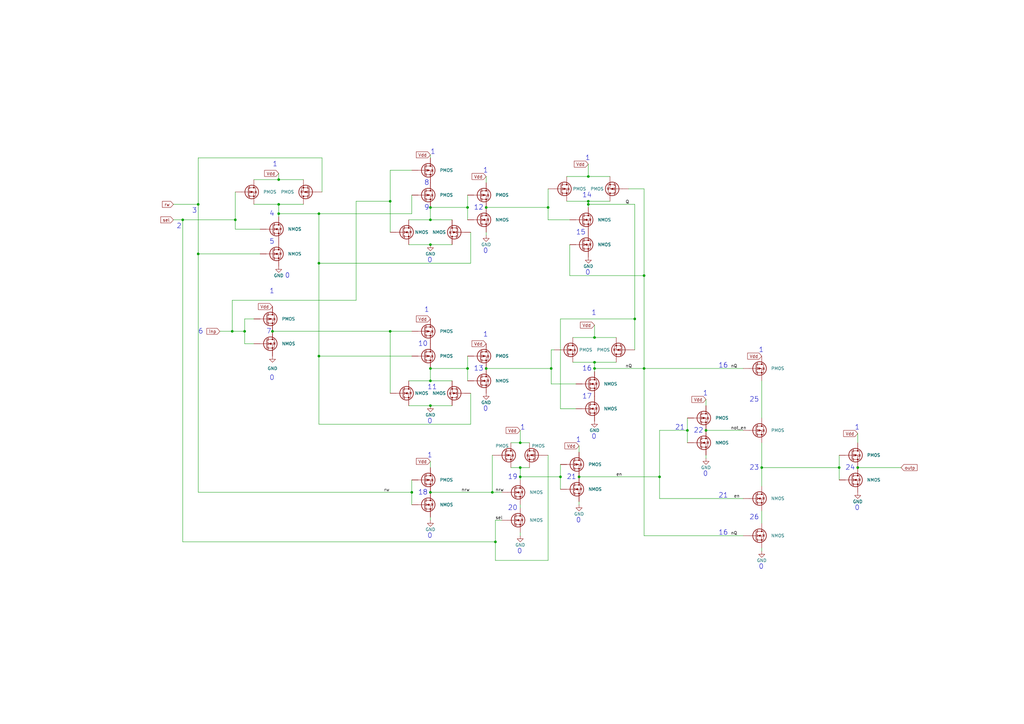
<source format=kicad_sch>
(kicad_sch (version 20230121) (generator eeschema)

  (uuid b65ac604-1fe4-41d3-bd0b-ff5e9ba5bfb8)

  (paper "A3")

  (lib_symbols
    (symbol "Q_NMOS_DGS_1" (pin_names (offset 0) hide) (in_bom yes) (on_board yes)
      (property "Reference" "Q5" (at 6.35 1.27 0)
        (effects (font (size 1.27 1.27)) (justify left) hide)
      )
      (property "Value" "NMOS" (at 6.35 0 0)
        (effects (font (size 1.27 1.27)) (justify left))
      )
      (property "Footprint" "" (at 5.08 2.54 0)
        (effects (font (size 1.27 1.27)) hide)
      )
      (property "Datasheet" "~" (at 0 0 0)
        (effects (font (size 1.27 1.27)) hide)
      )
      (property "ki_keywords" "transistor NMOS N-MOS N-MOSFET" (at 0 0 0)
        (effects (font (size 1.27 1.27)) hide)
      )
      (property "ki_description" "N-MOSFET transistor, drain/gate/source" (at 0 0 0)
        (effects (font (size 1.27 1.27)) hide)
      )
      (symbol "Q_NMOS_DGS_1_0_1"
        (polyline
          (pts
            (xy 0.254 0)
            (xy -2.54 0)
          )
          (stroke (width 0) (type default))
          (fill (type none))
        )
        (polyline
          (pts
            (xy 0.254 1.905)
            (xy 0.254 -1.905)
          )
          (stroke (width 0.254) (type default))
          (fill (type none))
        )
        (polyline
          (pts
            (xy 0.762 -1.27)
            (xy 0.762 -2.286)
          )
          (stroke (width 0.254) (type default))
          (fill (type none))
        )
        (polyline
          (pts
            (xy 0.762 0.508)
            (xy 0.762 -0.508)
          )
          (stroke (width 0.254) (type default))
          (fill (type none))
        )
        (polyline
          (pts
            (xy 0.762 2.286)
            (xy 0.762 1.27)
          )
          (stroke (width 0.254) (type default))
          (fill (type none))
        )
        (polyline
          (pts
            (xy 2.54 2.54)
            (xy 2.54 1.778)
          )
          (stroke (width 0) (type default))
          (fill (type none))
        )
        (polyline
          (pts
            (xy 2.54 -2.54)
            (xy 2.54 0)
            (xy 0.762 0)
          )
          (stroke (width 0) (type default))
          (fill (type none))
        )
        (polyline
          (pts
            (xy 0.762 -1.778)
            (xy 3.302 -1.778)
            (xy 3.302 1.778)
            (xy 0.762 1.778)
          )
          (stroke (width 0) (type default))
          (fill (type none))
        )
        (polyline
          (pts
            (xy 1.016 0)
            (xy 2.032 0.381)
            (xy 2.032 -0.381)
            (xy 1.016 0)
          )
          (stroke (width 0) (type default))
          (fill (type outline))
        )
        (polyline
          (pts
            (xy 2.794 0.508)
            (xy 2.921 0.381)
            (xy 3.683 0.381)
            (xy 3.81 0.254)
          )
          (stroke (width 0) (type default))
          (fill (type none))
        )
        (polyline
          (pts
            (xy 3.302 0.381)
            (xy 2.921 -0.254)
            (xy 3.683 -0.254)
            (xy 3.302 0.381)
          )
          (stroke (width 0) (type default))
          (fill (type none))
        )
        (circle (center 1.651 0) (radius 2.794)
          (stroke (width 0.254) (type default))
          (fill (type none))
        )
        (circle (center 2.54 -1.778) (radius 0.254)
          (stroke (width 0) (type default))
          (fill (type outline))
        )
        (circle (center 2.54 1.778) (radius 0.254)
          (stroke (width 0) (type default))
          (fill (type outline))
        )
      )
      (symbol "Q_NMOS_DGS_1_1_1"
        (pin passive line (at 2.54 5.08 270) (length 2.54)
          (name "D" (effects (font (size 1.27 1.27))))
          (number "" (effects (font (size 1.27 1.27))))
        )
        (pin input line (at -5.08 0 0) (length 2.54)
          (name "G" (effects (font (size 1.27 1.27))))
          (number "" (effects (font (size 1.27 1.27))))
        )
        (pin passive line (at 2.54 -5.08 90) (length 2.54)
          (name "S" (effects (font (size 1.27 1.27))))
          (number "" (effects (font (size 1.27 1.27))))
        )
      )
    )
    (symbol "Q_PMOS_DGS_1" (pin_names (offset 0) hide) (in_bom yes) (on_board yes)
      (property "Reference" "Q6" (at 6.35 1.27 0)
        (effects (font (size 1.27 1.27)) (justify left) hide)
      )
      (property "Value" "PMOS" (at 6.35 0 0)
        (effects (font (size 1.27 1.27)) (justify left))
      )
      (property "Footprint" "" (at 5.08 2.54 0)
        (effects (font (size 1.27 1.27)) hide)
      )
      (property "Datasheet" "~" (at 0 0 0)
        (effects (font (size 1.27 1.27)) hide)
      )
      (property "ki_keywords" "transistor PMOS P-MOS P-MOSFET" (at 0 0 0)
        (effects (font (size 1.27 1.27)) hide)
      )
      (property "ki_description" "P-MOSFET transistor, drain/gate/source" (at 0 0 0)
        (effects (font (size 1.27 1.27)) hide)
      )
      (symbol "Q_PMOS_DGS_1_0_1"
        (polyline
          (pts
            (xy 0.254 0)
            (xy -2.54 0)
          )
          (stroke (width 0) (type default))
          (fill (type none))
        )
        (polyline
          (pts
            (xy 0.254 1.905)
            (xy 0.254 -1.905)
          )
          (stroke (width 0.254) (type default))
          (fill (type none))
        )
        (polyline
          (pts
            (xy 0.762 -1.27)
            (xy 0.762 -2.286)
          )
          (stroke (width 0.254) (type default))
          (fill (type none))
        )
        (polyline
          (pts
            (xy 0.762 0.508)
            (xy 0.762 -0.508)
          )
          (stroke (width 0.254) (type default))
          (fill (type none))
        )
        (polyline
          (pts
            (xy 0.762 2.286)
            (xy 0.762 1.27)
          )
          (stroke (width 0.254) (type default))
          (fill (type none))
        )
        (polyline
          (pts
            (xy 2.54 2.54)
            (xy 2.54 1.778)
          )
          (stroke (width 0) (type default))
          (fill (type none))
        )
        (polyline
          (pts
            (xy 2.54 -2.54)
            (xy 2.54 0)
            (xy 0.762 0)
          )
          (stroke (width 0) (type default))
          (fill (type none))
        )
        (polyline
          (pts
            (xy 0.762 1.778)
            (xy 3.302 1.778)
            (xy 3.302 -1.778)
            (xy 0.762 -1.778)
          )
          (stroke (width 0) (type default))
          (fill (type none))
        )
        (polyline
          (pts
            (xy 2.286 0)
            (xy 1.27 0.381)
            (xy 1.27 -0.381)
            (xy 2.286 0)
          )
          (stroke (width 0) (type default))
          (fill (type outline))
        )
        (polyline
          (pts
            (xy 2.794 -0.508)
            (xy 2.921 -0.381)
            (xy 3.683 -0.381)
            (xy 3.81 -0.254)
          )
          (stroke (width 0) (type default))
          (fill (type none))
        )
        (polyline
          (pts
            (xy 3.302 -0.381)
            (xy 2.921 0.254)
            (xy 3.683 0.254)
            (xy 3.302 -0.381)
          )
          (stroke (width 0) (type default))
          (fill (type none))
        )
        (circle (center 1.651 0) (radius 2.794)
          (stroke (width 0.254) (type default))
          (fill (type none))
        )
        (circle (center 2.54 -1.778) (radius 0.254)
          (stroke (width 0) (type default))
          (fill (type outline))
        )
        (circle (center 2.54 1.778) (radius 0.254)
          (stroke (width 0) (type default))
          (fill (type outline))
        )
      )
      (symbol "Q_PMOS_DGS_1_1_1"
        (pin passive line (at 2.54 5.08 270) (length 2.54)
          (name "D" (effects (font (size 1.27 1.27))))
          (number "" (effects (font (size 1.27 1.27))))
        )
        (pin input line (at -5.08 0 0) (length 2.54)
          (name "G" (effects (font (size 1.27 1.27))))
          (number "" (effects (font (size 1.27 1.27))))
        )
        (pin passive line (at 2.54 -5.08 90) (length 2.54)
          (name "S" (effects (font (size 1.27 1.27))))
          (number "" (effects (font (size 1.27 1.27))))
        )
      )
    )
    (symbol "power:GND" (power) (pin_names (offset 0)) (in_bom yes) (on_board yes)
      (property "Reference" "#PWR" (at 0 -6.35 0)
        (effects (font (size 1.27 1.27)) hide)
      )
      (property "Value" "GND" (at 0 -3.81 0)
        (effects (font (size 1.27 1.27)))
      )
      (property "Footprint" "" (at 0 0 0)
        (effects (font (size 1.27 1.27)) hide)
      )
      (property "Datasheet" "" (at 0 0 0)
        (effects (font (size 1.27 1.27)) hide)
      )
      (property "ki_keywords" "global power" (at 0 0 0)
        (effects (font (size 1.27 1.27)) hide)
      )
      (property "ki_description" "Power symbol creates a global label with name \"GND\" , ground" (at 0 0 0)
        (effects (font (size 1.27 1.27)) hide)
      )
      (symbol "GND_0_1"
        (polyline
          (pts
            (xy 0 0)
            (xy 0 -1.27)
            (xy 1.27 -1.27)
            (xy 0 -2.54)
            (xy -1.27 -1.27)
            (xy 0 -1.27)
          )
          (stroke (width 0) (type default))
          (fill (type none))
        )
      )
      (symbol "GND_1_1"
        (pin power_in line (at 0 0 270) (length 0) hide
          (name "GND" (effects (font (size 1.27 1.27))))
          (number "1" (effects (font (size 1.27 1.27))))
        )
      )
    )
  )

  (junction (at 241.3 82.55) (diameter 0) (color 0 0 0 0)
    (uuid 02315c8f-4a1a-4de9-afc5-a27f956cab08)
  )
  (junction (at 344.17 191.77) (diameter 0) (color 0 0 0 0)
    (uuid 048f4830-a396-44e5-99ee-fe2ccca918b4)
  )
  (junction (at 160.02 82.55) (diameter 0) (color 0 0 0 0)
    (uuid 071dca05-fe93-4442-bd4d-ba6f0b79a19a)
  )
  (junction (at 264.16 113.03) (diameter 0) (color 0 0 0 0)
    (uuid 0d67ac5c-c273-4fe8-8ca0-4b5a32cd4d28)
  )
  (junction (at 264.16 151.13) (diameter 0) (color 0 0 0 0)
    (uuid 0e98e527-ba6f-427a-9d7c-0b0846c5855a)
  )
  (junction (at 213.36 195.58) (diameter 0) (color 0 0 0 0)
    (uuid 12c95bc0-9db8-4e09-82af-6d3e8206fbe3)
  )
  (junction (at 224.79 85.09) (diameter 0) (color 0 0 0 0)
    (uuid 15e2052c-d4f3-4ee6-8d8a-c71a60121fb8)
  )
  (junction (at 114.3 73.66) (diameter 0) (color 0 0 0 0)
    (uuid 1776f722-adc1-4b40-8159-78ed1ec93397)
  )
  (junction (at 130.81 146.05) (diameter 0) (color 0 0 0 0)
    (uuid 1aa7c8e7-11e9-4ca0-a5db-7112d2104809)
  )
  (junction (at 199.39 151.13) (diameter 0) (color 0 0 0 0)
    (uuid 1ad7c72c-e495-4fb1-95f9-d1d5e17ccfc7)
  )
  (junction (at 191.77 85.09) (diameter 0) (color 0 0 0 0)
    (uuid 2004cc6a-e942-454d-8975-69696b69b813)
  )
  (junction (at 160.02 135.89) (diameter 0) (color 0 0 0 0)
    (uuid 231815b0-6de3-4bab-a2f3-4f0b589b270e)
  )
  (junction (at 130.81 87.63) (diameter 0) (color 0 0 0 0)
    (uuid 268845e9-66be-4b22-9211-d3853fd466f1)
  )
  (junction (at 201.93 201.93) (diameter 0) (color 0 0 0 0)
    (uuid 2810e0d9-2fe1-498e-aadd-99135a54a42d)
  )
  (junction (at 74.93 90.17) (diameter 0) (color 0 0 0 0)
    (uuid 2b1c19a7-242e-4159-ab01-7a23090fb275)
  )
  (junction (at 270.51 195.58) (diameter 0) (color 0 0 0 0)
    (uuid 455f9ccb-8b4d-4ded-9326-13f8aed31265)
  )
  (junction (at 114.3 83.82) (diameter 0) (color 0 0 0 0)
    (uuid 4568c5a7-e430-4855-be8b-d6836c5f5c2c)
  )
  (junction (at 176.53 156.21) (diameter 0) (color 0 0 0 0)
    (uuid 476f4fbc-7cc8-4f19-9039-cfbfb706777c)
  )
  (junction (at 96.52 90.17) (diameter 0) (color 0 0 0 0)
    (uuid 4c782cd3-70f7-4f52-a7cb-3362da0e7ade)
  )
  (junction (at 260.35 130.81) (diameter 0) (color 0 0 0 0)
    (uuid 5688d7b7-3547-410e-b5f0-d8b6a6ddc9c6)
  )
  (junction (at 114.3 87.63) (diameter 0) (color 0 0 0 0)
    (uuid 6643073a-b30e-463e-800a-3a1fa3d8078e)
  )
  (junction (at 241.3 72.39) (diameter 0) (color 0 0 0 0)
    (uuid 6c85331f-7992-413a-86e9-0473ddfa0040)
  )
  (junction (at 176.53 166.37) (diameter 0) (color 0 0 0 0)
    (uuid 6d6299bf-38e2-407f-adf0-c05dc234e7d3)
  )
  (junction (at 203.2 222.25) (diameter 0) (color 0 0 0 0)
    (uuid 70ed92cc-2c6b-4a78-914f-0d3c4667f32e)
  )
  (junction (at 111.76 135.89) (diameter 0) (color 0 0 0 0)
    (uuid 71cdc424-57d7-4495-a30c-284d8e54e7c3)
  )
  (junction (at 199.39 85.09) (diameter 0) (color 0 0 0 0)
    (uuid 7a86f6cc-4160-4dee-94bc-1f40358640fa)
  )
  (junction (at 243.84 148.59) (diameter 0) (color 0 0 0 0)
    (uuid 7bb1c37a-9207-4418-a7f7-eef4704943c7)
  )
  (junction (at 226.06 151.13) (diameter 0) (color 0 0 0 0)
    (uuid 7c08fe28-c950-436b-8910-f5c455639cb6)
  )
  (junction (at 213.36 191.77) (diameter 0) (color 0 0 0 0)
    (uuid 7e9de081-4293-4b18-93c8-832031447428)
  )
  (junction (at 176.53 201.93) (diameter 0) (color 0 0 0 0)
    (uuid 87717f14-9de6-4fc7-9f23-a0bec9b2d1fe)
  )
  (junction (at 243.84 138.43) (diameter 0) (color 0 0 0 0)
    (uuid 8d55cb0a-4178-4f01-938e-e9b9fc9a054f)
  )
  (junction (at 176.53 90.17) (diameter 0) (color 0 0 0 0)
    (uuid 97055d4a-380d-48a6-b883-f02c9e207e88)
  )
  (junction (at 95.25 135.89) (diameter 0) (color 0 0 0 0)
    (uuid 97811266-01a7-4307-90f1-e7acc9e2802c)
  )
  (junction (at 281.94 176.53) (diameter 0) (color 0 0 0 0)
    (uuid 99f77984-ad3b-44b2-b51b-5e1d75ced8bb)
  )
  (junction (at 237.49 195.58) (diameter 0) (color 0 0 0 0)
    (uuid a64a007c-f392-4a97-90e4-26aea8394a50)
  )
  (junction (at 168.91 201.93) (diameter 0) (color 0 0 0 0)
    (uuid b3ea2ca1-1f3e-4dca-bbb1-9cde0972f674)
  )
  (junction (at 243.84 151.13) (diameter 0) (color 0 0 0 0)
    (uuid b5b9fc4d-f935-44e8-b6ab-ef68b5ca808f)
  )
  (junction (at 229.87 195.58) (diameter 0) (color 0 0 0 0)
    (uuid b674513b-aa64-46ff-aa82-790927f5c718)
  )
  (junction (at 81.28 104.14) (diameter 0) (color 0 0 0 0)
    (uuid b6fbf383-5def-4da4-898b-4cf3e4e1551a)
  )
  (junction (at 176.53 151.13) (diameter 0) (color 0 0 0 0)
    (uuid bc99d5b0-3536-44b7-a833-822d04740cd7)
  )
  (junction (at 81.28 83.82) (diameter 0) (color 0 0 0 0)
    (uuid d2afe86f-f5c7-4ab4-a6d8-19c741cc1190)
  )
  (junction (at 241.3 83.82) (diameter 0) (color 0 0 0 0)
    (uuid d83bec60-700e-402c-b5f2-560fbbc729a7)
  )
  (junction (at 312.42 191.77) (diameter 0) (color 0 0 0 0)
    (uuid dc14bd32-5a99-4097-80e5-a6170a539dc4)
  )
  (junction (at 191.77 151.13) (diameter 0) (color 0 0 0 0)
    (uuid e57f9fb5-4f6d-492b-a750-af7aa8d33075)
  )
  (junction (at 289.56 176.53) (diameter 0) (color 0 0 0 0)
    (uuid e766cf36-7cdc-4381-9638-6c9b35c54610)
  )
  (junction (at 100.33 135.89) (diameter 0) (color 0 0 0 0)
    (uuid eb1e17a2-de85-4f25-a2fb-7e81f294cec0)
  )
  (junction (at 351.79 191.77) (diameter 0) (color 0 0 0 0)
    (uuid f08186bf-23e6-41ac-99eb-47eb0bb4a947)
  )
  (junction (at 130.81 107.95) (diameter 0) (color 0 0 0 0)
    (uuid f2d99bd7-9ce9-435a-8cd1-9b84e4158334)
  )
  (junction (at 176.53 85.09) (diameter 0) (color 0 0 0 0)
    (uuid f8461f28-c6fe-4fe9-84c8-afaa568b4a37)
  )
  (junction (at 176.53 100.33) (diameter 0) (color 0 0 0 0)
    (uuid f9c83d7d-3347-4486-98a6-6f9bfa70a67f)
  )
  (junction (at 213.36 181.61) (diameter 0) (color 0 0 0 0)
    (uuid fa51979a-9f23-4a22-a96f-b4a48ffe6bd8)
  )

  (wire (pts (xy 146.05 82.55) (xy 146.05 123.19))
    (stroke (width 0) (type default))
    (uuid 00cb74f5-d4fd-4780-b7bd-941ea3aeb5e7)
  )
  (wire (pts (xy 106.68 93.98) (xy 96.52 93.98))
    (stroke (width 0) (type default))
    (uuid 017b1aeb-511b-4432-89f8-2cec9e62231b)
  )
  (wire (pts (xy 243.84 133.35) (xy 243.84 138.43))
    (stroke (width 0) (type default))
    (uuid 03070cb2-5bef-4c48-ba52-74bfbab24f9a)
  )
  (wire (pts (xy 176.53 191.77) (xy 176.53 189.23))
    (stroke (width 0) (type default))
    (uuid 04d67e49-1981-4f6e-924f-71b73fa38b00)
  )
  (wire (pts (xy 233.68 113.03) (xy 233.68 100.33))
    (stroke (width 0) (type default))
    (uuid 06b907cf-202b-46de-ac13-52780fe5e49e)
  )
  (wire (pts (xy 167.64 100.33) (xy 176.53 100.33))
    (stroke (width 0) (type default))
    (uuid 08e5c308-5202-4360-9e69-fd2e8225ddf6)
  )
  (wire (pts (xy 229.87 130.81) (xy 229.87 167.64))
    (stroke (width 0) (type default))
    (uuid 09518d55-b01c-46f5-b19a-2185b19c3cca)
  )
  (wire (pts (xy 241.3 83.82) (xy 260.35 83.82))
    (stroke (width 0) (type default))
    (uuid 0a08c73e-db81-4fdb-9a34-1ff6c3624018)
  )
  (wire (pts (xy 270.51 176.53) (xy 281.94 176.53))
    (stroke (width 0) (type default))
    (uuid 0b78460b-d3dc-4419-80a2-20079e1ea52e)
  )
  (wire (pts (xy 176.53 90.17) (xy 185.42 90.17))
    (stroke (width 0) (type default))
    (uuid 0c5a334e-065f-43ae-a81e-5f9d3159d892)
  )
  (wire (pts (xy 289.56 186.69) (xy 289.56 187.96))
    (stroke (width 0) (type default))
    (uuid 0d4a2795-bbc1-4589-b354-d254be15e8df)
  )
  (wire (pts (xy 176.53 151.13) (xy 176.53 156.21))
    (stroke (width 0) (type default))
    (uuid 106b5967-a285-44c2-9e39-314706b5f6ba)
  )
  (wire (pts (xy 270.51 195.58) (xy 270.51 204.47))
    (stroke (width 0) (type default))
    (uuid 10a88e50-3d52-4fa5-9884-0cc507a5df88)
  )
  (wire (pts (xy 260.35 130.81) (xy 260.35 143.51))
    (stroke (width 0) (type default))
    (uuid 14ba9976-635e-4c9d-bce5-b23e710fb839)
  )
  (wire (pts (xy 168.91 87.63) (xy 168.91 80.01))
    (stroke (width 0) (type default))
    (uuid 1524b6b1-622b-4a0a-a220-636abf6d3ecb)
  )
  (wire (pts (xy 237.49 185.42) (xy 237.49 182.88))
    (stroke (width 0) (type default))
    (uuid 16a33668-4f51-46d1-b52d-510ec571326a)
  )
  (wire (pts (xy 114.3 71.12) (xy 114.3 73.66))
    (stroke (width 0) (type default))
    (uuid 195b6c5e-1ae5-4001-a7bc-349f1cff1340)
  )
  (wire (pts (xy 81.28 83.82) (xy 81.28 104.14))
    (stroke (width 0) (type default))
    (uuid 19d91fbe-f371-4a22-b56c-14da5fceaf4b)
  )
  (wire (pts (xy 81.28 201.93) (xy 168.91 201.93))
    (stroke (width 0) (type default))
    (uuid 1bc90f5a-d208-4208-952f-4d8f2a73af38)
  )
  (wire (pts (xy 229.87 195.58) (xy 229.87 200.66))
    (stroke (width 0) (type default))
    (uuid 1c4fcd61-d8ce-400b-8502-e6df9c51cc00)
  )
  (wire (pts (xy 132.08 64.77) (xy 81.28 64.77))
    (stroke (width 0) (type default))
    (uuid 1e3e318b-4c77-4d7b-b54f-9bc212269b2d)
  )
  (wire (pts (xy 312.42 191.77) (xy 344.17 191.77))
    (stroke (width 0) (type default))
    (uuid 1f5fad5c-28fa-47d9-9da1-b79cde823ee6)
  )
  (wire (pts (xy 351.79 181.61) (xy 351.79 177.8))
    (stroke (width 0) (type default))
    (uuid 1f9cb6df-843a-4a5a-b1e6-3e93647e3688)
  )
  (wire (pts (xy 233.68 113.03) (xy 264.16 113.03))
    (stroke (width 0) (type default))
    (uuid 1fadb88e-c731-4d3c-922d-d8b5fadc0d3f)
  )
  (wire (pts (xy 176.53 100.33) (xy 185.42 100.33))
    (stroke (width 0) (type default))
    (uuid 221ac473-be86-4ed7-888b-55b7492ecca9)
  )
  (wire (pts (xy 193.04 173.99) (xy 193.04 161.29))
    (stroke (width 0) (type default))
    (uuid 23c9296a-0b21-4617-832d-d090fde145da)
  )
  (wire (pts (xy 264.16 151.13) (xy 264.16 219.71))
    (stroke (width 0) (type default))
    (uuid 2a7e2cb0-4557-4e75-94ef-7c7ac9415574)
  )
  (wire (pts (xy 114.3 73.66) (xy 124.46 73.66))
    (stroke (width 0) (type default))
    (uuid 2bede358-b8bf-42bc-95e4-9e2de54a8977)
  )
  (wire (pts (xy 176.53 151.13) (xy 191.77 151.13))
    (stroke (width 0) (type default))
    (uuid 2c600951-98f9-41e5-95ac-727cb139bccc)
  )
  (wire (pts (xy 176.53 166.37) (xy 185.42 166.37))
    (stroke (width 0) (type default))
    (uuid 2e0a5705-3b08-44ea-ae2e-aef8c851a5e0)
  )
  (wire (pts (xy 104.14 130.81) (xy 100.33 130.81))
    (stroke (width 0) (type default))
    (uuid 2e34683a-e459-4e67-b69f-9f0515486721)
  )
  (wire (pts (xy 176.53 85.09) (xy 176.53 90.17))
    (stroke (width 0) (type default))
    (uuid 2fad7a30-59cd-47da-8a81-f27d1708511c)
  )
  (wire (pts (xy 167.64 156.21) (xy 176.53 156.21))
    (stroke (width 0) (type default))
    (uuid 30e74f6c-34ed-459b-9f71-97183d227ab0)
  )
  (wire (pts (xy 146.05 123.19) (xy 95.25 123.19))
    (stroke (width 0) (type default))
    (uuid 329688e8-85f0-4a4c-b925-72dba9660dee)
  )
  (wire (pts (xy 241.3 72.39) (xy 250.19 72.39))
    (stroke (width 0) (type default))
    (uuid 33d7a986-6d18-448a-9583-208bf88bfd35)
  )
  (wire (pts (xy 224.79 85.09) (xy 224.79 90.17))
    (stroke (width 0) (type default))
    (uuid 358d6226-46c6-4511-89a8-13b7aced8ae9)
  )
  (wire (pts (xy 281.94 176.53) (xy 281.94 181.61))
    (stroke (width 0) (type default))
    (uuid 3a8ab5b1-572e-4829-ad23-ec524ca4970f)
  )
  (wire (pts (xy 160.02 135.89) (xy 168.91 135.89))
    (stroke (width 0) (type default))
    (uuid 3aedd4a1-1612-4730-a29f-3be6e1ec1f2a)
  )
  (wire (pts (xy 176.53 156.21) (xy 185.42 156.21))
    (stroke (width 0) (type default))
    (uuid 3d77dea1-89e7-4946-827b-1d1c1dfb7c8a)
  )
  (wire (pts (xy 289.56 176.53) (xy 304.8 176.53))
    (stroke (width 0) (type default))
    (uuid 3e785723-4f03-4414-a660-88d0bac6ceeb)
  )
  (wire (pts (xy 74.93 90.17) (xy 96.52 90.17))
    (stroke (width 0) (type default))
    (uuid 3eb7454d-b765-4f72-8015-eb30baa3f449)
  )
  (wire (pts (xy 312.42 156.21) (xy 312.42 171.45))
    (stroke (width 0) (type default))
    (uuid 3ecc67eb-2d81-48ab-91dc-a2c98dc5d0cb)
  )
  (wire (pts (xy 176.53 212.09) (xy 176.53 213.36))
    (stroke (width 0) (type default))
    (uuid 3f4dcf5c-a77c-48ec-be66-928d9f549772)
  )
  (wire (pts (xy 226.06 143.51) (xy 227.33 143.51))
    (stroke (width 0) (type default))
    (uuid 430b9a2b-77c5-44f0-8993-2fc95ee45561)
  )
  (wire (pts (xy 114.3 87.63) (xy 114.3 88.9))
    (stroke (width 0) (type default))
    (uuid 43466e91-7b63-4569-bb51-3d216cce6ce1)
  )
  (wire (pts (xy 74.93 90.17) (xy 74.93 222.25))
    (stroke (width 0) (type default))
    (uuid 43c1ead7-d909-44d9-908b-d251857c5458)
  )
  (wire (pts (xy 160.02 82.55) (xy 160.02 69.85))
    (stroke (width 0) (type default))
    (uuid 449b05e3-892a-42d4-b83f-e270aed1ca4a)
  )
  (wire (pts (xy 260.35 130.81) (xy 229.87 130.81))
    (stroke (width 0) (type default))
    (uuid 45dba871-740d-4bf7-803b-bccb6b1c6986)
  )
  (wire (pts (xy 168.91 201.93) (xy 168.91 196.85))
    (stroke (width 0) (type default))
    (uuid 45fc05b0-9358-478a-8215-0cd00e4f81c1)
  )
  (wire (pts (xy 111.76 135.89) (xy 160.02 135.89))
    (stroke (width 0) (type default))
    (uuid 48dc067b-aedb-4b37-9d48-c2aaa9567f38)
  )
  (wire (pts (xy 213.36 218.44) (xy 213.36 219.71))
    (stroke (width 0) (type default))
    (uuid 494135f5-bbc0-4135-8277-4a3c1d4d8677)
  )
  (wire (pts (xy 81.28 104.14) (xy 81.28 201.93))
    (stroke (width 0) (type default))
    (uuid 496c2b9e-3568-442d-ba8a-bbc02ac5d218)
  )
  (wire (pts (xy 232.41 72.39) (xy 241.3 72.39))
    (stroke (width 0) (type default))
    (uuid 4b8b7a29-f1ad-443b-9fca-97f9df12309c)
  )
  (wire (pts (xy 104.14 73.66) (xy 114.3 73.66))
    (stroke (width 0) (type default))
    (uuid 4c971704-3bae-4746-ab37-7b9d92e344f5)
  )
  (wire (pts (xy 199.39 95.25) (xy 199.39 96.52))
    (stroke (width 0) (type default))
    (uuid 4d3752d8-a537-4f37-a7f4-d86c636d9b71)
  )
  (wire (pts (xy 176.53 85.09) (xy 191.77 85.09))
    (stroke (width 0) (type default))
    (uuid 4ec5e07f-1065-4cb2-a139-91c6b3f90244)
  )
  (wire (pts (xy 193.04 107.95) (xy 193.04 95.25))
    (stroke (width 0) (type default))
    (uuid 4ff1214c-b717-41e2-a379-74b6f8d643e1)
  )
  (wire (pts (xy 71.12 90.17) (xy 74.93 90.17))
    (stroke (width 0) (type default))
    (uuid 515bfff3-721a-40aa-b158-ef1ff03f22e3)
  )
  (wire (pts (xy 199.39 85.09) (xy 224.79 85.09))
    (stroke (width 0) (type default))
    (uuid 518815d3-26cc-4604-a1bd-980071581593)
  )
  (wire (pts (xy 264.16 77.47) (xy 257.81 77.47))
    (stroke (width 0) (type default))
    (uuid 5466d001-5ac0-43f6-bd1a-67f679837476)
  )
  (wire (pts (xy 130.81 107.95) (xy 130.81 146.05))
    (stroke (width 0) (type default))
    (uuid 56adc6ed-52a0-445d-b38a-62baafbcc670)
  )
  (wire (pts (xy 243.84 151.13) (xy 243.84 148.59))
    (stroke (width 0) (type default))
    (uuid 579f9212-03b7-4857-9e0b-c9bcf15cee99)
  )
  (wire (pts (xy 213.36 196.85) (xy 213.36 195.58))
    (stroke (width 0) (type default))
    (uuid 5af660ec-bc02-4581-932b-ca1ab8be8c96)
  )
  (wire (pts (xy 344.17 191.77) (xy 344.17 196.85))
    (stroke (width 0) (type default))
    (uuid 5b35ebaf-b3ca-4a21-b354-26dd1eff6a38)
  )
  (wire (pts (xy 264.16 219.71) (xy 304.8 219.71))
    (stroke (width 0) (type default))
    (uuid 5caab357-604a-440e-aa9b-60a095d096c7)
  )
  (wire (pts (xy 96.52 78.74) (xy 96.52 90.17))
    (stroke (width 0) (type default))
    (uuid 6098e96b-4cca-4fb4-ab6c-7361d70f2b20)
  )
  (wire (pts (xy 213.36 207.01) (xy 213.36 208.28))
    (stroke (width 0) (type default))
    (uuid 62eee925-a8fd-4fd4-bc84-a66232e9d813)
  )
  (wire (pts (xy 224.79 90.17) (xy 233.68 90.17))
    (stroke (width 0) (type default))
    (uuid 63933674-e3fc-4cc5-9093-6779b5e37137)
  )
  (wire (pts (xy 243.84 151.13) (xy 243.84 152.4))
    (stroke (width 0) (type default))
    (uuid 63b48f60-25fa-4bdb-a4f4-33c414fc0d0c)
  )
  (wire (pts (xy 229.87 190.5) (xy 229.87 195.58))
    (stroke (width 0) (type default))
    (uuid 6643088e-0824-4ed2-a5e6-0ce96633e83e)
  )
  (wire (pts (xy 130.81 87.63) (xy 130.81 107.95))
    (stroke (width 0) (type default))
    (uuid 67708d17-0fe4-4b43-b902-b475a541ca6b)
  )
  (wire (pts (xy 191.77 151.13) (xy 191.77 156.21))
    (stroke (width 0) (type default))
    (uuid 69df9246-b3ce-4e00-a7ab-ff5ecf32088b)
  )
  (wire (pts (xy 203.2 213.36) (xy 205.74 213.36))
    (stroke (width 0) (type default))
    (uuid 69edb639-bc86-47d1-b4ca-4e145918e5c6)
  )
  (wire (pts (xy 289.56 166.37) (xy 289.56 163.83))
    (stroke (width 0) (type default))
    (uuid 7147e378-227a-4de4-b631-1cbb5b32e31c)
  )
  (wire (pts (xy 168.91 201.93) (xy 168.91 207.01))
    (stroke (width 0) (type default))
    (uuid 724c97f2-7c21-4841-935d-3f142238b742)
  )
  (wire (pts (xy 312.42 191.77) (xy 312.42 199.39))
    (stroke (width 0) (type default))
    (uuid 74cc5fc8-00e5-4250-9256-46d1a22fa26a)
  )
  (wire (pts (xy 209.55 181.61) (xy 213.36 181.61))
    (stroke (width 0) (type default))
    (uuid 768359e6-0dbb-48e4-8684-70c8510fb9a0)
  )
  (wire (pts (xy 270.51 195.58) (xy 270.51 176.53))
    (stroke (width 0) (type default))
    (uuid 78cce8b1-814d-420f-ac8c-1bd2ed4cfc77)
  )
  (wire (pts (xy 260.35 83.82) (xy 260.35 130.81))
    (stroke (width 0) (type default))
    (uuid 7c759496-2180-4bc7-8f2c-accf053410ef)
  )
  (wire (pts (xy 213.36 191.77) (xy 217.17 191.77))
    (stroke (width 0) (type default))
    (uuid 7efabf86-471f-441c-8d75-1622161c652f)
  )
  (wire (pts (xy 167.64 90.17) (xy 176.53 90.17))
    (stroke (width 0) (type default))
    (uuid 7f200408-e92c-4758-bc7a-e8edc51c010f)
  )
  (wire (pts (xy 176.53 64.77) (xy 176.53 63.5))
    (stroke (width 0) (type default))
    (uuid 860a9961-5e11-4a02-aed6-1a59b7ddbac9)
  )
  (wire (pts (xy 241.3 82.55) (xy 250.19 82.55))
    (stroke (width 0) (type default))
    (uuid 864ae644-c03e-40e4-8841-89abef5682e9)
  )
  (wire (pts (xy 71.12 83.82) (xy 81.28 83.82))
    (stroke (width 0) (type default))
    (uuid 86d7a9ae-f048-491e-9a1b-f37c68c88d08)
  )
  (wire (pts (xy 264.16 151.13) (xy 304.8 151.13))
    (stroke (width 0) (type default))
    (uuid 87a078d6-65d2-47b9-b5fa-cf6a84e189f9)
  )
  (wire (pts (xy 130.81 107.95) (xy 193.04 107.95))
    (stroke (width 0) (type default))
    (uuid 8a3cce05-e370-43b6-886e-aeb198b246e3)
  )
  (wire (pts (xy 160.02 69.85) (xy 168.91 69.85))
    (stroke (width 0) (type default))
    (uuid 8b8ac7cd-87bc-4f5c-8080-efb5d8f33741)
  )
  (wire (pts (xy 232.41 82.55) (xy 241.3 82.55))
    (stroke (width 0) (type default))
    (uuid 90677a8e-0ca5-4a59-8083-586e2df59364)
  )
  (wire (pts (xy 224.79 186.69) (xy 224.79 229.87))
    (stroke (width 0) (type default))
    (uuid 907443f9-83d8-4497-b049-dc96a624b9aa)
  )
  (wire (pts (xy 74.93 222.25) (xy 203.2 222.25))
    (stroke (width 0) (type default))
    (uuid 929d612e-6b0b-4100-a28e-7082c15f1911)
  )
  (wire (pts (xy 100.33 130.81) (xy 100.33 135.89))
    (stroke (width 0) (type default))
    (uuid 9358a0b2-fe4f-4666-b8a5-1071f7de6cef)
  )
  (wire (pts (xy 224.79 229.87) (xy 203.2 229.87))
    (stroke (width 0) (type default))
    (uuid 93eef49f-ec99-45a0-ac5d-c708def7c0fe)
  )
  (wire (pts (xy 264.16 113.03) (xy 264.16 151.13))
    (stroke (width 0) (type default))
    (uuid 942e410e-a43d-4617-bf2e-b0f6976d0408)
  )
  (wire (pts (xy 191.77 85.09) (xy 191.77 90.17))
    (stroke (width 0) (type default))
    (uuid 96dde9c8-a448-47a5-86ac-2792738aca45)
  )
  (wire (pts (xy 104.14 83.82) (xy 114.3 83.82))
    (stroke (width 0) (type default))
    (uuid 9883efb3-a12b-468b-8a37-12a02ddcb744)
  )
  (wire (pts (xy 351.79 191.77) (xy 369.57 191.77))
    (stroke (width 0) (type default))
    (uuid 9973e807-1e5d-47a9-8716-02ffbc0c86eb)
  )
  (wire (pts (xy 100.33 140.97) (xy 104.14 140.97))
    (stroke (width 0) (type default))
    (uuid 9b128e55-bb2e-4ffa-9a0f-7f8220405547)
  )
  (wire (pts (xy 243.84 138.43) (xy 252.73 138.43))
    (stroke (width 0) (type default))
    (uuid 9b7717b4-b322-4a46-8881-024201bf6c33)
  )
  (wire (pts (xy 243.84 151.13) (xy 264.16 151.13))
    (stroke (width 0) (type default))
    (uuid 9dc2d4a1-d4f0-471d-910e-5bd4a235d9d6)
  )
  (wire (pts (xy 130.81 146.05) (xy 130.81 173.99))
    (stroke (width 0) (type default))
    (uuid 9f5a6c97-9c98-42ef-a494-1aca0fc84b4a)
  )
  (wire (pts (xy 191.77 146.05) (xy 191.77 151.13))
    (stroke (width 0) (type default))
    (uuid a175ebae-fa8b-4495-8f74-41a3e3c11434)
  )
  (wire (pts (xy 312.42 181.61) (xy 312.42 191.77))
    (stroke (width 0) (type default))
    (uuid a42167ed-5845-487e-995d-2637afd59554)
  )
  (wire (pts (xy 167.64 166.37) (xy 176.53 166.37))
    (stroke (width 0) (type default))
    (uuid a4671819-783e-4735-9f21-1a75a68ce352)
  )
  (wire (pts (xy 270.51 204.47) (xy 304.8 204.47))
    (stroke (width 0) (type default))
    (uuid a4d85347-e850-4a65-841a-7f983ee98179)
  )
  (wire (pts (xy 241.3 83.82) (xy 241.3 85.09))
    (stroke (width 0) (type default))
    (uuid a5dff0ab-8ed7-4ae2-8b2b-b2b0ca82db51)
  )
  (wire (pts (xy 312.42 224.79) (xy 312.42 226.06))
    (stroke (width 0) (type default))
    (uuid a7e2e5c9-efa6-4285-90a5-90ccb66ce3bb)
  )
  (wire (pts (xy 90.17 135.89) (xy 95.25 135.89))
    (stroke (width 0) (type default))
    (uuid a92febc6-8ce7-46de-bf04-595f0d96fbef)
  )
  (wire (pts (xy 234.95 148.59) (xy 243.84 148.59))
    (stroke (width 0) (type default))
    (uuid aa7341a1-e913-46e4-be24-bb31c320bd3f)
  )
  (wire (pts (xy 264.16 77.47) (xy 264.16 113.03))
    (stroke (width 0) (type default))
    (uuid ac45a07d-c773-4b18-a46c-933e090afeb7)
  )
  (wire (pts (xy 224.79 77.47) (xy 224.79 85.09))
    (stroke (width 0) (type default))
    (uuid acca256b-cee5-4dc3-b4f1-4c550c448618)
  )
  (wire (pts (xy 213.36 181.61) (xy 217.17 181.61))
    (stroke (width 0) (type default))
    (uuid b07d6bb6-cc6b-40a0-ba6d-b222be4307c9)
  )
  (wire (pts (xy 114.3 87.63) (xy 130.81 87.63))
    (stroke (width 0) (type default))
    (uuid b66d1865-1f8c-4557-bb62-493021ac6270)
  )
  (wire (pts (xy 213.36 195.58) (xy 229.87 195.58))
    (stroke (width 0) (type default))
    (uuid b84d1031-5cf4-4e9f-bf66-480e49909406)
  )
  (wire (pts (xy 209.55 191.77) (xy 213.36 191.77))
    (stroke (width 0) (type default))
    (uuid ba5f9dd5-93c8-41ea-8d57-2b51bba81b28)
  )
  (wire (pts (xy 237.49 195.58) (xy 270.51 195.58))
    (stroke (width 0) (type default))
    (uuid bc8f17a2-62bd-47c5-8033-4759712196d5)
  )
  (wire (pts (xy 203.2 222.25) (xy 203.2 229.87))
    (stroke (width 0) (type default))
    (uuid c1c615e3-91b6-496e-92bd-c7e0d2ed6689)
  )
  (wire (pts (xy 203.2 213.36) (xy 203.2 222.25))
    (stroke (width 0) (type default))
    (uuid c2015c71-936b-43b3-b674-fcd9dfc3cb38)
  )
  (wire (pts (xy 130.81 146.05) (xy 168.91 146.05))
    (stroke (width 0) (type default))
    (uuid c2d734ae-a8ff-4bbb-a57d-7632e62278db)
  )
  (wire (pts (xy 281.94 171.45) (xy 281.94 176.53))
    (stroke (width 0) (type default))
    (uuid c5c5323c-6b00-4b88-9faa-bf1f01a4ef87)
  )
  (wire (pts (xy 96.52 90.17) (xy 96.52 93.98))
    (stroke (width 0) (type default))
    (uuid c78ae05d-09e6-4eb7-870b-fdb963a8066f)
  )
  (wire (pts (xy 130.81 87.63) (xy 168.91 87.63))
    (stroke (width 0) (type default))
    (uuid c98a0189-2b10-4acf-a70f-3710f5a3b473)
  )
  (wire (pts (xy 191.77 80.01) (xy 191.77 85.09))
    (stroke (width 0) (type default))
    (uuid c98fa127-5cd1-4c12-84b2-c52ff6031041)
  )
  (wire (pts (xy 95.25 123.19) (xy 95.25 135.89))
    (stroke (width 0) (type default))
    (uuid ca4876c4-2997-4042-8d4b-50039b424944)
  )
  (wire (pts (xy 132.08 78.74) (xy 132.08 64.77))
    (stroke (width 0) (type default))
    (uuid cc38057f-2027-4392-a2d0-cc6c25e5e8fc)
  )
  (wire (pts (xy 100.33 135.89) (xy 100.33 140.97))
    (stroke (width 0) (type default))
    (uuid cfbe8f38-6a71-4e23-842c-88d7bab34c88)
  )
  (wire (pts (xy 199.39 151.13) (xy 226.06 151.13))
    (stroke (width 0) (type default))
    (uuid d047a22f-49c7-4d8a-b22c-1de42c8de00a)
  )
  (wire (pts (xy 229.87 167.64) (xy 236.22 167.64))
    (stroke (width 0) (type default))
    (uuid d11caa76-7f3a-436d-9adf-ebb3831c09c1)
  )
  (wire (pts (xy 160.02 82.55) (xy 146.05 82.55))
    (stroke (width 0) (type default))
    (uuid d27f145e-8370-4d87-b59a-e1c768b27d9b)
  )
  (wire (pts (xy 243.84 148.59) (xy 252.73 148.59))
    (stroke (width 0) (type default))
    (uuid d6342267-5cbf-4d53-800a-3dc1a4ea64e5)
  )
  (wire (pts (xy 199.39 74.93) (xy 199.39 72.39))
    (stroke (width 0) (type default))
    (uuid db81a9e4-bd00-4d6c-8c67-c0c3f56228af)
  )
  (wire (pts (xy 81.28 64.77) (xy 81.28 83.82))
    (stroke (width 0) (type default))
    (uuid ded54cb3-1a01-47c9-8228-4737014f6532)
  )
  (wire (pts (xy 114.3 83.82) (xy 114.3 87.63))
    (stroke (width 0) (type default))
    (uuid e226379f-901e-4540-bb2b-3bf7dde4d9e4)
  )
  (wire (pts (xy 312.42 209.55) (xy 312.42 214.63))
    (stroke (width 0) (type default))
    (uuid e326a2a2-45c1-434d-91b7-313c7fc2f11a)
  )
  (wire (pts (xy 95.25 135.89) (xy 100.33 135.89))
    (stroke (width 0) (type default))
    (uuid e37fd76b-fec0-45e7-8fb2-98135c582a5d)
  )
  (wire (pts (xy 201.93 201.93) (xy 205.74 201.93))
    (stroke (width 0) (type default))
    (uuid e6b6d9a6-2f27-4433-94be-efdc3715b15d)
  )
  (wire (pts (xy 130.81 173.99) (xy 193.04 173.99))
    (stroke (width 0) (type default))
    (uuid e7cab853-500f-4566-ae63-8d1f8589de0e)
  )
  (wire (pts (xy 226.06 143.51) (xy 226.06 151.13))
    (stroke (width 0) (type default))
    (uuid e809f394-1063-41d5-a43f-26ba4bf7e97f)
  )
  (wire (pts (xy 226.06 157.48) (xy 236.22 157.48))
    (stroke (width 0) (type default))
    (uuid edc252a4-d9b2-4fe6-9844-fd150134149b)
  )
  (wire (pts (xy 201.93 186.69) (xy 201.93 201.93))
    (stroke (width 0) (type default))
    (uuid f1c67fbd-c91e-4849-8f03-e44618450875)
  )
  (wire (pts (xy 114.3 83.82) (xy 124.46 83.82))
    (stroke (width 0) (type default))
    (uuid f5b2f88f-8b96-4e53-a3ac-638695a71e60)
  )
  (wire (pts (xy 344.17 186.69) (xy 344.17 191.77))
    (stroke (width 0) (type default))
    (uuid f5f24432-618e-469f-a8f6-a1240a34cb1b)
  )
  (wire (pts (xy 160.02 95.25) (xy 160.02 82.55))
    (stroke (width 0) (type default))
    (uuid f68ee6a1-64ec-469d-9bb2-099f53c233c6)
  )
  (wire (pts (xy 176.53 201.93) (xy 201.93 201.93))
    (stroke (width 0) (type default))
    (uuid f6d6224a-9f8c-4a72-88d0-88caa019062e)
  )
  (wire (pts (xy 226.06 151.13) (xy 226.06 157.48))
    (stroke (width 0) (type default))
    (uuid f8752935-166e-4a41-a33d-34be4c81e096)
  )
  (wire (pts (xy 213.36 176.53) (xy 213.36 181.61))
    (stroke (width 0) (type default))
    (uuid fa33d153-164a-40c4-81d1-f2edb68463ea)
  )
  (wire (pts (xy 213.36 191.77) (xy 213.36 195.58))
    (stroke (width 0) (type default))
    (uuid fb119311-bcfa-4b98-9f62-dc2307ce2f7c)
  )
  (wire (pts (xy 160.02 135.89) (xy 160.02 161.29))
    (stroke (width 0) (type default))
    (uuid fb2123d3-621b-49fc-ab9e-93366dcb6b52)
  )
  (wire (pts (xy 237.49 205.74) (xy 237.49 207.01))
    (stroke (width 0) (type default))
    (uuid fb98342b-dbd4-4460-9620-f7a7d65c9342)
  )
  (wire (pts (xy 81.28 104.14) (xy 106.68 104.14))
    (stroke (width 0) (type default))
    (uuid fd97ede7-9752-4664-a368-890096838f0e)
  )
  (wire (pts (xy 241.3 67.31) (xy 241.3 72.39))
    (stroke (width 0) (type default))
    (uuid fdb59bb8-361b-4b56-858e-4fe08cef369d)
  )
  (wire (pts (xy 234.95 138.43) (xy 243.84 138.43))
    (stroke (width 0) (type default))
    (uuid ff4edc90-93ba-474c-8987-6bfacebbdd5c)
  )
  (wire (pts (xy 241.3 83.82) (xy 241.3 82.55))
    (stroke (width 0) (type default))
    (uuid ffb7843b-5c61-4b9b-8d82-2df376eb1ca5)
  )

  (text "24" (at 346.71 193.04 0)
    (effects (font (size 2 2)) (justify left bottom))
    (uuid 014a1695-7879-463c-a4be-dad31f72cf81)
  )
  (text "21" (at 276.86 176.53 0)
    (effects (font (size 2 2)) (justify left bottom))
    (uuid 076542d0-9fbf-44e6-aebc-a301c312d3b7)
  )
  (text "21" (at 294.64 204.47 0)
    (effects (font (size 2 2)) (justify left bottom))
    (uuid 0f0903ca-cb0a-4748-9fcf-49e7a8a19fc1)
  )
  (text "0" (at 198.12 104.14 0)
    (effects (font (size 2 2)) (justify left bottom))
    (uuid 0f3e1920-7c35-41bb-9f51-483e16359648)
  )
  (text "17" (at 238.76 163.83 0)
    (effects (font (size 2 2)) (justify left bottom))
    (uuid 12aa2ef1-289f-4828-83d7-c9b96cd0b327)
  )
  (text "0" (at 212.09 227.33 0)
    (effects (font (size 2 2)) (justify left bottom))
    (uuid 1be3539e-6556-4e11-93ce-08a3ca048b7a)
  )
  (text "20" (at 208.28 209.55 0)
    (effects (font (size 2 2)) (justify left bottom))
    (uuid 1d82fc1e-1c21-4407-8ac8-be437d1fcdee)
  )
  (text "2" (at 72.39 93.98 0)
    (effects (font (size 2 2)) (justify left bottom))
    (uuid 1e43698b-a256-468e-9497-cfd95715b5a2)
  )
  (text "16" (at 238.76 152.4 0)
    (effects (font (size 2 2)) (justify left bottom))
    (uuid 21aa4e2c-605a-4bf1-be39-86fc13dd70dd)
  )
  (text "5" (at 110.49 100.33 0)
    (effects (font (size 2 2)) (justify left bottom))
    (uuid 22dec485-5e7a-497f-8bde-fe1c5f1afa41)
  )
  (text "0" (at 311.15 233.68 0)
    (effects (font (size 2 2)) (justify left bottom))
    (uuid 261ac553-5fbf-46ce-857f-9546b3d7021d)
  )
  (text "0" (at 110.49 156.21 0)
    (effects (font (size 2 2)) (justify left bottom))
    (uuid 3389cbd6-e599-4cff-b54b-36f80a9a02b6)
  )
  (text "26" (at 307.34 213.36 0)
    (effects (font (size 2 2)) (justify left bottom))
    (uuid 402906af-1f91-46f8-b2e1-25645714b7b9)
  )
  (text "14" (at 238.76 81.28 0)
    (effects (font (size 2 2)) (justify left bottom))
    (uuid 413e1010-eed7-42fb-a517-7787d8d96099)
  )
  (text "10" (at 171.45 142.24 0)
    (effects (font (size 2 2)) (justify left bottom))
    (uuid 458c1cd7-6500-4bdc-9c36-d0933850b6d2)
  )
  (text "0" (at 242.57 180.34 0)
    (effects (font (size 2 2)) (justify left bottom))
    (uuid 4843e22f-a2e7-46fd-8b88-789b7f4cd016)
  )
  (text "21" (at 232.41 196.85 0)
    (effects (font (size 2 2)) (justify left bottom))
    (uuid 523446d3-415c-44f5-b9ae-39ef2e7e95f4)
  )
  (text "23" (at 307.34 193.04 0)
    (effects (font (size 2 2)) (justify left bottom))
    (uuid 5351b96b-6bcf-4b4b-9996-6ce4a0e4accc)
  )
  (text "6" (at 81.28 137.16 0)
    (effects (font (size 2 2)) (justify left bottom))
    (uuid 55564de2-0572-4568-8e9c-7376ba8e181a)
  )
  (text "0" (at 175.26 173.99 0)
    (effects (font (size 2 2)) (justify left bottom))
    (uuid 5731801d-3923-41c8-9314-e320edef0733)
  )
  (text "0" (at 350.52 209.55 0)
    (effects (font (size 2 2)) (justify left bottom))
    (uuid 59837706-9fc7-4f4e-bc4f-5110f35abf61)
  )
  (text "3" (at 78.74 87.63 0)
    (effects (font (size 2 2)) (justify left bottom))
    (uuid 59cb6009-b03b-4ba5-b6e7-c33d2c76d499)
  )
  (text "1\n" (at 240.03 66.04 0)
    (effects (font (size 2 2)) (justify left bottom))
    (uuid 5bcfff94-99d9-4fdb-a844-819518d91186)
  )
  (text "1\n" (at 198.12 138.43 0)
    (effects (font (size 2 2)) (justify left bottom))
    (uuid 65966148-c48e-4e17-a1c2-42e7c5baa255)
  )
  (text "0" (at 198.12 168.91 0)
    (effects (font (size 2 2)) (justify left bottom))
    (uuid 66ae2ebb-5762-42c0-be2b-726a5f6e3ed3)
  )
  (text "0" (at 175.26 220.98 0)
    (effects (font (size 2 2)) (justify left bottom))
    (uuid 68ae9f6c-0877-48eb-b1b2-5ca946742d77)
  )
  (text "16" (at 294.64 219.71 0)
    (effects (font (size 2 2)) (justify left bottom))
    (uuid 6be9c8ad-f967-482c-a8db-213343e8f334)
  )
  (text "1\n" (at 198.12 71.12 0)
    (effects (font (size 2 2)) (justify left bottom))
    (uuid 6f794a36-f4a7-4d46-a8e9-b213d3aca6d6)
  )
  (text "25" (at 307.34 165.1 0)
    (effects (font (size 2 2)) (justify left bottom))
    (uuid 785dc57f-0f83-4440-9ee4-472fa6a50274)
  )
  (text "13" (at 194.31 152.4 0)
    (effects (font (size 2 2)) (justify left bottom))
    (uuid 7a28f3d5-f178-474e-8148-1c35acd7aed0)
  )
  (text "1\n" (at 175.26 187.96 0)
    (effects (font (size 2 2)) (justify left bottom))
    (uuid 837cd6c2-f4fb-47ba-9474-5f200131e946)
  )
  (text "0" (at 240.03 113.03 0)
    (effects (font (size 2 2)) (justify left bottom))
    (uuid 84680cc0-c279-45ab-8fc9-fcf509a50c71)
  )
  (text "1\n" (at 176.53 63.5 0)
    (effects (font (size 2 2)) (justify left bottom))
    (uuid a0be60a8-8ce5-4f58-aac3-468439af183a)
  )
  (text "1\n" (at 111.76 68.58 0)
    (effects (font (size 2 2)) (justify left bottom))
    (uuid a2cbf482-547f-483d-ae99-6924c9af9d0a)
  )
  (text "9" (at 173.99 86.36 0)
    (effects (font (size 2 2)) (justify left bottom))
    (uuid a60e5e74-3a14-48da-a792-52f0a0ea2bb6)
  )
  (text "19" (at 208.28 196.85 0)
    (effects (font (size 2 2)) (justify left bottom))
    (uuid a8f66e05-6a84-42b8-bbd9-0550adefa98b)
  )
  (text "1\n" (at 350.52 176.53 0)
    (effects (font (size 2 2)) (justify left bottom))
    (uuid acf4956a-0ae2-406c-8b22-4731827a25a7)
  )
  (text "1\n" (at 173.99 128.27 0)
    (effects (font (size 2 2)) (justify left bottom))
    (uuid b00c4e3d-82de-44df-8fcc-59c4f44b5c73)
  )
  (text "11" (at 175.26 160.02 0)
    (effects (font (size 2 2)) (justify left bottom))
    (uuid b0a96acc-8d3b-4129-9337-7c6491b8f149)
  )
  (text "1\n" (at 311.15 144.78 0)
    (effects (font (size 2 2)) (justify left bottom))
    (uuid b1ce8b99-384a-4b7b-890a-f09a9c66eaf1)
  )
  (text "1\n" (at 288.29 162.56 0)
    (effects (font (size 2 2)) (justify left bottom))
    (uuid bd52b190-ebec-4004-8a26-0e1f40626f59)
  )
  (text "1\n" (at 213.36 176.53 0)
    (effects (font (size 2 2)) (justify left bottom))
    (uuid c0335e5a-211d-452a-ae04-152aab7c08fa)
  )
  (text "7" (at 109.22 137.16 0)
    (effects (font (size 2 2)) (justify left bottom))
    (uuid c2f885b5-b9b2-4f96-a610-2be1fca6a555)
  )
  (text "4" (at 110.49 88.9 0)
    (effects (font (size 2 2)) (justify left bottom))
    (uuid c30072b2-d35c-4ec7-9053-36447a902b2d)
  )
  (text "0" (at 116.84 114.3 0)
    (effects (font (size 2 2)) (justify left bottom))
    (uuid c4f21639-0383-4b48-a059-1fbdb520bcb6)
  )
  (text "8" (at 173.99 76.2 0)
    (effects (font (size 2 2)) (justify left bottom))
    (uuid cb14cd9c-bfee-4ad1-b6e4-85145644d6a9)
  )
  (text "1\n" (at 242.57 129.54 0)
    (effects (font (size 2 2)) (justify left bottom))
    (uuid ce09c891-3a7e-49c1-b69b-a6b842088dfb)
  )
  (text "0" (at 288.29 195.58 0)
    (effects (font (size 2 2)) (justify left bottom))
    (uuid cf72b29b-2b86-470c-9099-0d84706f6966)
  )
  (text "0" (at 236.22 214.63 0)
    (effects (font (size 2 2)) (justify left bottom))
    (uuid d1afa074-b5ec-4628-ae1e-3beb4f5bf03b)
  )
  (text "1\n" (at 110.49 120.65 0)
    (effects (font (size 2 2)) (justify left bottom))
    (uuid d78aba2a-50d9-46e2-be63-2c75fb711f5b)
  )
  (text "15" (at 236.22 96.52 0)
    (effects (font (size 2 2)) (justify left bottom))
    (uuid dad92ad8-c1a5-4e87-90b9-627281cacc72)
  )
  (text "0" (at 175.26 107.95 0)
    (effects (font (size 2 2)) (justify left bottom))
    (uuid df8f9e24-6fd2-43a4-bdf2-548a0cb7d155)
  )
  (text "18" (at 171.45 203.2 0)
    (effects (font (size 2 2)) (justify left bottom))
    (uuid e26f6a74-7eef-416b-bfda-c49741ced948)
  )
  (text "12" (at 194.31 86.36 0)
    (effects (font (size 2 2)) (justify left bottom))
    (uuid e48355d5-4903-4618-9a90-cb5f3eb327d5)
  )
  (text "22" (at 284.48 177.8 0)
    (effects (font (size 2 2)) (justify left bottom))
    (uuid e5fde6d5-39b4-4b8a-a438-f54db25223a6)
  )
  (text "1\n" (at 236.22 181.61 0)
    (effects (font (size 2 2)) (justify left bottom))
    (uuid e82c8818-1fdd-4484-8183-043b4fb23cca)
  )
  (text "16" (at 294.64 151.13 0)
    (effects (font (size 2 2)) (justify left bottom))
    (uuid ec420941-7011-4f6e-9813-41cba8ffb6da)
  )

  (label "sel" (at 203.2 213.36 0) (fields_autoplaced)
    (effects (font (size 1.27 1.27)) (justify left bottom))
    (uuid 0314773d-905d-4fb2-a33c-7e9ae018eb10)
  )
  (label "nQ" (at 299.72 151.13 0) (fields_autoplaced)
    (effects (font (size 1.27 1.27)) (justify left bottom))
    (uuid 2d6dd793-5c34-4905-a4fc-e380cb5edd92)
  )
  (label "not_en" (at 299.72 176.53 0) (fields_autoplaced)
    (effects (font (size 1.27 1.27)) (justify left bottom))
    (uuid 37dcbc64-c335-4bc7-944c-84158ad99e3c)
  )
  (label "nQ" (at 256.54 151.13 0) (fields_autoplaced)
    (effects (font (size 1.27 1.27)) (justify left bottom))
    (uuid 4e34d9b3-f97a-4533-9194-df2caad2e1af)
  )
  (label "nQ" (at 299.72 219.71 0) (fields_autoplaced)
    (effects (font (size 1.27 1.27)) (justify left bottom))
    (uuid 62137edf-09e8-41be-88ab-2d903a2cb16f)
  )
  (label "rw" (at 157.48 201.93 0) (fields_autoplaced)
    (effects (font (size 1.27 1.27)) (justify left bottom))
    (uuid 8092897a-f3cb-4269-81df-04e51d62ff8d)
  )
  (label "en" (at 300.99 204.47 0) (fields_autoplaced)
    (effects (font (size 1.27 1.27)) (justify left bottom))
    (uuid 9d5db939-0fd1-4f25-9840-f49cea49d9c7)
  )
  (label "en" (at 252.73 195.58 0) (fields_autoplaced)
    (effects (font (size 1.27 1.27)) (justify left bottom))
    (uuid a0e8ac58-b7ac-4c1b-b81c-a2659c7043c3)
  )
  (label "Q" (at 256.54 83.82 0) (fields_autoplaced)
    (effects (font (size 1.27 1.27)) (justify left bottom))
    (uuid b22dcf27-2d31-4761-93e9-b88ea5141441)
  )
  (label "nrw" (at 203.2 201.93 0) (fields_autoplaced)
    (effects (font (size 1.27 1.27)) (justify left bottom))
    (uuid e93f6b6d-0abf-44f7-98dc-fc2e07710ad7)
  )
  (label "nrw" (at 189.23 201.93 0) (fields_autoplaced)
    (effects (font (size 1.27 1.27)) (justify left bottom))
    (uuid f206bbae-93d2-4e76-9f25-7abbd3425901)
  )

  (global_label "Vdd" (shape input) (at 176.53 130.81 180) (fields_autoplaced)
    (effects (font (size 1.27 1.27)) (justify right))
    (uuid 0b6210d3-5782-41d4-9568-c368b0945469)
    (property "Intersheetrefs" "${INTERSHEET_REFS}" (at 170.1582 130.81 0)
      (effects (font (size 1.27 1.27)) (justify right) hide)
    )
  )
  (global_label "inp" (shape input) (at 90.17 135.89 180) (fields_autoplaced)
    (effects (font (size 1.27 1.27)) (justify right))
    (uuid 10249833-74f4-4b88-9cea-340c838f26a9)
    (property "Intersheetrefs" "${INTERSHEET_REFS}" (at 84.282 135.89 0)
      (effects (font (size 1.27 1.27)) (justify right) hide)
    )
  )
  (global_label "rw" (shape input) (at 71.12 83.82 180) (fields_autoplaced)
    (effects (font (size 1.27 1.27)) (justify right))
    (uuid 1d78e7c8-1e2a-4bf8-b878-e626d366d495)
    (property "Intersheetrefs" "${INTERSHEET_REFS}" (at 66.0181 83.82 0)
      (effects (font (size 1.27 1.27)) (justify right) hide)
    )
  )
  (global_label "Vdd" (shape input) (at 199.39 72.39 180) (fields_autoplaced)
    (effects (font (size 1.27 1.27)) (justify right))
    (uuid 1e95a250-d7aa-4637-92bc-340aacc843d0)
    (property "Intersheetrefs" "${INTERSHEET_REFS}" (at 193.0182 72.39 0)
      (effects (font (size 1.27 1.27)) (justify right) hide)
    )
  )
  (global_label "Vdd" (shape input) (at 243.84 133.35 180) (fields_autoplaced)
    (effects (font (size 1.27 1.27)) (justify right))
    (uuid 2effa036-0175-4f86-8a93-a1f6e4502110)
    (property "Intersheetrefs" "${INTERSHEET_REFS}" (at 237.4682 133.35 0)
      (effects (font (size 1.27 1.27)) (justify right) hide)
    )
  )
  (global_label "Vdd" (shape input) (at 176.53 63.5 180) (fields_autoplaced)
    (effects (font (size 1.27 1.27)) (justify right))
    (uuid 43e0b5f9-7c1a-4ea5-a9a6-e9a5252b597c)
    (property "Intersheetrefs" "${INTERSHEET_REFS}" (at 170.1582 63.5 0)
      (effects (font (size 1.27 1.27)) (justify right) hide)
    )
  )
  (global_label "outp" (shape input) (at 369.57 191.77 0) (fields_autoplaced)
    (effects (font (size 1.27 1.27)) (justify left))
    (uuid 48b0b581-07d1-46fa-b51d-2a504a194595)
    (property "Intersheetrefs" "${INTERSHEET_REFS}" (at 376.7279 191.77 0)
      (effects (font (size 1.27 1.27)) (justify left) hide)
    )
  )
  (global_label "Vdd" (shape input) (at 289.56 163.83 180) (fields_autoplaced)
    (effects (font (size 1.27 1.27)) (justify right))
    (uuid 49f6c978-af27-42c1-93d1-5c715836bc4a)
    (property "Intersheetrefs" "${INTERSHEET_REFS}" (at 283.1882 163.83 0)
      (effects (font (size 1.27 1.27)) (justify right) hide)
    )
  )
  (global_label "Vdd" (shape input) (at 351.79 177.8 180) (fields_autoplaced)
    (effects (font (size 1.27 1.27)) (justify right))
    (uuid 4a6a4546-fd17-4c34-b15d-7245ac5dedf6)
    (property "Intersheetrefs" "${INTERSHEET_REFS}" (at 345.4182 177.8 0)
      (effects (font (size 1.27 1.27)) (justify right) hide)
    )
  )
  (global_label "Vdd" (shape input) (at 237.49 182.88 180) (fields_autoplaced)
    (effects (font (size 1.27 1.27)) (justify right))
    (uuid 53582c49-4ae8-4429-8e18-8f696ed58089)
    (property "Intersheetrefs" "${INTERSHEET_REFS}" (at 231.1182 182.88 0)
      (effects (font (size 1.27 1.27)) (justify right) hide)
    )
  )
  (global_label "Vdd" (shape input) (at 241.3 67.31 180) (fields_autoplaced)
    (effects (font (size 1.27 1.27)) (justify right))
    (uuid 86937e18-2245-4ea9-8dec-394f4d2045d2)
    (property "Intersheetrefs" "${INTERSHEET_REFS}" (at 234.9282 67.31 0)
      (effects (font (size 1.27 1.27)) (justify right) hide)
    )
  )
  (global_label "Vdd" (shape input) (at 114.3 71.12 180) (fields_autoplaced)
    (effects (font (size 1.27 1.27)) (justify right))
    (uuid a2d5c2b2-53d4-46ca-8f3c-be4e1cb769ec)
    (property "Intersheetrefs" "${INTERSHEET_REFS}" (at 107.9282 71.12 0)
      (effects (font (size 1.27 1.27)) (justify right) hide)
    )
  )
  (global_label "sel" (shape input) (at 71.12 90.17 180) (fields_autoplaced)
    (effects (font (size 1.27 1.27)) (justify right))
    (uuid bc5e12f1-3e93-4b39-b992-7997599639b2)
    (property "Intersheetrefs" "${INTERSHEET_REFS}" (at 65.3529 90.17 0)
      (effects (font (size 1.27 1.27)) (justify right) hide)
    )
  )
  (global_label "Vdd" (shape input) (at 213.36 176.53 180) (fields_autoplaced)
    (effects (font (size 1.27 1.27)) (justify right))
    (uuid cbe3052e-83ae-42fd-8f28-e710af9cf3d3)
    (property "Intersheetrefs" "${INTERSHEET_REFS}" (at 206.9882 176.53 0)
      (effects (font (size 1.27 1.27)) (justify right) hide)
    )
  )
  (global_label "Vdd" (shape input) (at 111.76 125.73 180) (fields_autoplaced)
    (effects (font (size 1.27 1.27)) (justify right))
    (uuid e3aa06c6-5ed2-448e-b805-d657f84c49d0)
    (property "Intersheetrefs" "${INTERSHEET_REFS}" (at 105.3882 125.73 0)
      (effects (font (size 1.27 1.27)) (justify right) hide)
    )
  )
  (global_label "Vdd" (shape input) (at 312.42 146.05 180) (fields_autoplaced)
    (effects (font (size 1.27 1.27)) (justify right))
    (uuid ee9c65d0-bb3e-4e28-99f3-c510710a6add)
    (property "Intersheetrefs" "${INTERSHEET_REFS}" (at 306.0482 146.05 0)
      (effects (font (size 1.27 1.27)) (justify right) hide)
    )
  )
  (global_label "Vdd" (shape input) (at 176.53 189.23 180) (fields_autoplaced)
    (effects (font (size 1.27 1.27)) (justify right))
    (uuid f459074d-d1e6-4ce2-8870-b80c08dd319c)
    (property "Intersheetrefs" "${INTERSHEET_REFS}" (at 170.1582 189.23 0)
      (effects (font (size 1.27 1.27)) (justify right) hide)
    )
  )
  (global_label "Vdd" (shape input) (at 199.39 140.97 180) (fields_autoplaced)
    (effects (font (size 1.27 1.27)) (justify right))
    (uuid fd849ad3-fe14-4d9c-ad11-61b67765ea81)
    (property "Intersheetrefs" "${INTERSHEET_REFS}" (at 193.0182 140.97 0)
      (effects (font (size 1.27 1.27)) (justify right) hide)
    )
  )

  (symbol (lib_name "Q_PMOS_DGS_1") (lib_id "Device:Q_PMOS_DGS") (at 173.99 135.89 0) (unit 1)
    (in_bom yes) (on_board yes) (dnp no) (fields_autoplaced)
    (uuid 01651e7b-dcdf-4f9b-a461-ab9abd27b6a4)
    (property "Reference" "Q14" (at 180.34 134.62 0)
      (effects (font (size 1.27 1.27)) (justify left) hide)
    )
    (property "Value" "PMOS" (at 180.34 135.89 0)
      (effects (font (size 1.27 1.27)) (justify left))
    )
    (property "Footprint" "" (at 179.07 133.35 0)
      (effects (font (size 1.27 1.27)) hide)
    )
    (property "Datasheet" "~" (at 173.99 135.89 0)
      (effects (font (size 1.27 1.27)) hide)
    )
    (pin "" (uuid 5cc13a26-1abf-4173-a7f3-55c2b88c2903))
    (pin "" (uuid b0311f20-a016-4a6c-b2e2-b5ec9ce1a218))
    (pin "" (uuid 77fb7963-e111-497d-a808-95a53a8d76b4))
    (instances
      (project "cmos-transistor level of bitcell"
        (path "/b65ac604-1fe4-41d3-bd0b-ff5e9ba5bfb8"
          (reference "Q14") (unit 1)
        )
      )
    )
  )

  (symbol (lib_name "Q_PMOS_DGS_1") (lib_id "Device:Q_PMOS_DGS") (at 309.88 176.53 0) (unit 1)
    (in_bom yes) (on_board yes) (dnp no) (fields_autoplaced)
    (uuid 053499c5-b572-4937-af2d-7a2e720ae73e)
    (property "Reference" "Q32" (at 316.23 175.26 0)
      (effects (font (size 1.27 1.27)) (justify left) hide)
    )
    (property "Value" "PMOS" (at 316.23 176.53 0)
      (effects (font (size 1.27 1.27)) (justify left))
    )
    (property "Footprint" "" (at 314.96 173.99 0)
      (effects (font (size 1.27 1.27)) hide)
    )
    (property "Datasheet" "~" (at 309.88 176.53 0)
      (effects (font (size 1.27 1.27)) hide)
    )
    (pin "" (uuid d4a52df7-1b38-4be0-893e-4fcce9d3e886))
    (pin "" (uuid 6c4d003e-75bc-4c77-be87-d95d9322b29d))
    (pin "" (uuid 594c89e1-6d00-4ce5-b235-5ca9629028a7))
    (instances
      (project "cmos-transistor level of bitcell"
        (path "/b65ac604-1fe4-41d3-bd0b-ff5e9ba5bfb8"
          (reference "Q32") (unit 1)
        )
      )
    )
  )

  (symbol (lib_name "Q_PMOS_DGS_1") (lib_id "Device:Q_PMOS_DGS") (at 196.85 146.05 0) (unit 1)
    (in_bom yes) (on_board yes) (dnp no) (fields_autoplaced)
    (uuid 084a9c6a-9ed5-4dc6-8e91-26c036f520ed)
    (property "Reference" "Q17" (at 203.2 144.78 0)
      (effects (font (size 1.27 1.27)) (justify left) hide)
    )
    (property "Value" "PMOS" (at 203.2 146.05 0)
      (effects (font (size 1.27 1.27)) (justify left))
    )
    (property "Footprint" "" (at 201.93 143.51 0)
      (effects (font (size 1.27 1.27)) hide)
    )
    (property "Datasheet" "~" (at 196.85 146.05 0)
      (effects (font (size 1.27 1.27)) hide)
    )
    (pin "" (uuid a6a9aac1-51a4-4387-8b36-5b53e9e12a0b))
    (pin "" (uuid 97fc0d2e-e963-45be-9389-db573cbc8ff9))
    (pin "" (uuid 8b972a5a-31f1-42f3-982a-2048514239e9))
    (instances
      (project "cmos-transistor level of bitcell"
        (path "/b65ac604-1fe4-41d3-bd0b-ff5e9ba5bfb8"
          (reference "Q17") (unit 1)
        )
      )
    )
  )

  (symbol (lib_name "Q_PMOS_DGS_1") (lib_id "Device:Q_PMOS_DGS") (at 101.6 78.74 0) (unit 1)
    (in_bom yes) (on_board yes) (dnp no) (fields_autoplaced)
    (uuid 09ca683d-934d-47f9-8953-19abc8623159)
    (property "Reference" "Q1" (at 107.95 77.47 0)
      (effects (font (size 1.27 1.27)) (justify left) hide)
    )
    (property "Value" "PMOS" (at 107.95 78.74 0)
      (effects (font (size 1.27 1.27)) (justify left))
    )
    (property "Footprint" "" (at 106.68 76.2 0)
      (effects (font (size 1.27 1.27)) hide)
    )
    (property "Datasheet" "~" (at 101.6 78.74 0)
      (effects (font (size 1.27 1.27)) hide)
    )
    (pin "" (uuid 5c28ebd4-feac-4b05-a283-016311688802))
    (pin "" (uuid 2986a4c6-766d-43f9-a996-7c73e73171dd))
    (pin "" (uuid b3e4552d-9a9e-4cb4-95d1-24fd125bc217))
    (instances
      (project "cmos-transistor level of bitcell"
        (path "/b65ac604-1fe4-41d3-bd0b-ff5e9ba5bfb8"
          (reference "Q1") (unit 1)
        )
      )
    )
  )

  (symbol (lib_name "Q_PMOS_DGS_1") (lib_id "Device:Q_PMOS_DGS") (at 287.02 171.45 0) (unit 1)
    (in_bom yes) (on_board yes) (dnp no) (fields_autoplaced)
    (uuid 0b78831e-a7eb-4ab4-887e-0d61c2d4aed6)
    (property "Reference" "Q43" (at 293.37 170.18 0)
      (effects (font (size 1.27 1.27)) (justify left) hide)
    )
    (property "Value" "PMOS" (at 293.37 171.45 0)
      (effects (font (size 1.27 1.27)) (justify left))
    )
    (property "Footprint" "" (at 292.1 168.91 0)
      (effects (font (size 1.27 1.27)) hide)
    )
    (property "Datasheet" "~" (at 287.02 171.45 0)
      (effects (font (size 1.27 1.27)) hide)
    )
    (pin "" (uuid 6c87c3d1-9090-40e3-b9f4-80bca344bb54))
    (pin "" (uuid 0bd8b7de-88c0-43c3-985f-78fa9c7d12ea))
    (pin "" (uuid d56fa65f-a056-46ae-a093-fdd61d88e59b))
    (instances
      (project "cmos-transistor level of bitcell"
        (path "/b65ac604-1fe4-41d3-bd0b-ff5e9ba5bfb8"
          (reference "Q43") (unit 1)
        )
      )
    )
  )

  (symbol (lib_id "power:GND") (at 176.53 100.33 0) (unit 1)
    (in_bom yes) (on_board yes) (dnp no)
    (uuid 0caebdfc-d522-465d-946d-4b2f8428bbaa)
    (property "Reference" "#PWR03" (at 176.53 106.68 0)
      (effects (font (size 1.27 1.27)) hide)
    )
    (property "Value" "GND" (at 176.53 104.14 0)
      (effects (font (size 1.27 1.27)))
    )
    (property "Footprint" "" (at 176.53 100.33 0)
      (effects (font (size 1.27 1.27)) hide)
    )
    (property "Datasheet" "" (at 176.53 100.33 0)
      (effects (font (size 1.27 1.27)) hide)
    )
    (pin "1" (uuid 3b3069e3-dede-47e0-a15e-60c6a9a486cc))
    (instances
      (project "cmos-transistor level of bitcell"
        (path "/b65ac604-1fe4-41d3-bd0b-ff5e9ba5bfb8"
          (reference "#PWR03") (unit 1)
        )
      )
    )
  )

  (symbol (lib_id "power:GND") (at 312.42 226.06 0) (unit 1)
    (in_bom yes) (on_board yes) (dnp no)
    (uuid 0d95daa8-07cc-4a50-8a2d-0836b163e627)
    (property "Reference" "#PWR014" (at 312.42 232.41 0)
      (effects (font (size 1.27 1.27)) hide)
    )
    (property "Value" "GND" (at 312.42 229.87 0)
      (effects (font (size 1.27 1.27)))
    )
    (property "Footprint" "" (at 312.42 226.06 0)
      (effects (font (size 1.27 1.27)) hide)
    )
    (property "Datasheet" "" (at 312.42 226.06 0)
      (effects (font (size 1.27 1.27)) hide)
    )
    (pin "1" (uuid a179a852-421c-418b-8cba-f156825da409))
    (instances
      (project "cmos-transistor level of bitcell"
        (path "/b65ac604-1fe4-41d3-bd0b-ff5e9ba5bfb8"
          (reference "#PWR014") (unit 1)
        )
      )
    )
  )

  (symbol (lib_name "Q_PMOS_DGS_1") (lib_id "Device:Q_PMOS_DGS") (at 229.87 77.47 0) (unit 1)
    (in_bom yes) (on_board yes) (dnp no)
    (uuid 15e45f99-b0ea-4ed3-aca4-a91623fe39a0)
    (property "Reference" "Q19" (at 236.22 76.2 0)
      (effects (font (size 1.27 1.27)) (justify left) hide)
    )
    (property "Value" "PMOS" (at 234.95 77.47 0)
      (effects (font (size 1.27 1.27)) (justify left))
    )
    (property "Footprint" "" (at 234.95 74.93 0)
      (effects (font (size 1.27 1.27)) hide)
    )
    (property "Datasheet" "~" (at 229.87 77.47 0)
      (effects (font (size 1.27 1.27)) hide)
    )
    (pin "" (uuid 8e7f1f2e-425a-4163-b1a7-4e0c76400adb))
    (pin "" (uuid e0db8104-4664-4f7a-9478-74949f2175b1))
    (pin "" (uuid e1682d6d-60f7-4d6c-a316-b5b70a7dc8e9))
    (instances
      (project "cmos-transistor level of bitcell"
        (path "/b65ac604-1fe4-41d3-bd0b-ff5e9ba5bfb8"
          (reference "Q19") (unit 1)
        )
      )
    )
  )

  (symbol (lib_name "Q_PMOS_DGS_1") (lib_id "Device:Q_PMOS_DGS") (at 173.99 80.01 0) (unit 1)
    (in_bom yes) (on_board yes) (dnp no) (fields_autoplaced)
    (uuid 162ed5c6-8ecd-497e-89d9-2c9ba7224402)
    (property "Reference" "Q8" (at 180.34 78.74 0)
      (effects (font (size 1.27 1.27)) (justify left) hide)
    )
    (property "Value" "PMOS" (at 180.34 80.01 0)
      (effects (font (size 1.27 1.27)) (justify left))
    )
    (property "Footprint" "" (at 179.07 77.47 0)
      (effects (font (size 1.27 1.27)) hide)
    )
    (property "Datasheet" "~" (at 173.99 80.01 0)
      (effects (font (size 1.27 1.27)) hide)
    )
    (pin "" (uuid 7df9b799-fa31-4f3f-9688-4cb17694bb34))
    (pin "" (uuid caad090f-82a6-4b61-9a45-249c577f4558))
    (pin "" (uuid 9263fab2-23d6-456b-8165-230d1b2a9aba))
    (instances
      (project "cmos-transistor level of bitcell"
        (path "/b65ac604-1fe4-41d3-bd0b-ff5e9ba5bfb8"
          (reference "Q8") (unit 1)
        )
      )
    )
  )

  (symbol (lib_id "power:GND") (at 237.49 207.01 0) (unit 1)
    (in_bom yes) (on_board yes) (dnp no)
    (uuid 20e9241e-e856-4f50-acc1-6c1b50db5d1d)
    (property "Reference" "#PWR09" (at 237.49 213.36 0)
      (effects (font (size 1.27 1.27)) hide)
    )
    (property "Value" "GND" (at 237.49 210.82 0)
      (effects (font (size 1.27 1.27)))
    )
    (property "Footprint" "" (at 237.49 207.01 0)
      (effects (font (size 1.27 1.27)) hide)
    )
    (property "Datasheet" "" (at 237.49 207.01 0)
      (effects (font (size 1.27 1.27)) hide)
    )
    (pin "1" (uuid 8ee32888-771f-4cf9-9e3f-6a9b946c307a))
    (instances
      (project "cmos-transistor level of bitcell"
        (path "/b65ac604-1fe4-41d3-bd0b-ff5e9ba5bfb8"
          (reference "#PWR09") (unit 1)
        )
      )
    )
  )

  (symbol (lib_name "Q_NMOS_DGS_1") (lib_id "Device:Q_NMOS_DGS") (at 111.76 93.98 0) (unit 1)
    (in_bom yes) (on_board yes) (dnp no) (fields_autoplaced)
    (uuid 269c7116-6f45-4f66-a8cb-1e22fde73030)
    (property "Reference" "Q2" (at 118.11 92.71 0)
      (effects (font (size 1.27 1.27)) (justify left) hide)
    )
    (property "Value" "NMOS" (at 118.11 93.98 0)
      (effects (font (size 1.27 1.27)) (justify left))
    )
    (property "Footprint" "" (at 116.84 91.44 0)
      (effects (font (size 1.27 1.27)) hide)
    )
    (property "Datasheet" "~" (at 111.76 93.98 0)
      (effects (font (size 1.27 1.27)) hide)
    )
    (pin "" (uuid 5e8d0a0c-532a-45b0-8222-0a4434da1589))
    (pin "" (uuid c3b85bd4-b752-470a-a839-0172b051ca19))
    (pin "" (uuid 362ecf49-f128-441c-8781-be0e6769ad83))
    (instances
      (project "cmos-transistor level of bitcell"
        (path "/b65ac604-1fe4-41d3-bd0b-ff5e9ba5bfb8"
          (reference "Q2") (unit 1)
        )
      )
    )
  )

  (symbol (lib_name "Q_PMOS_DGS_1") (lib_id "Device:Q_PMOS_DGS") (at 127 78.74 180) (unit 1)
    (in_bom yes) (on_board yes) (dnp no) (fields_autoplaced)
    (uuid 2d19a8a4-c1ea-4d54-913b-2b96a53dc3b6)
    (property "Reference" "Q3" (at 120.65 80.01 0)
      (effects (font (size 1.27 1.27)) (justify left) hide)
    )
    (property "Value" "PMOS" (at 120.65 78.74 0)
      (effects (font (size 1.27 1.27)) (justify left))
    )
    (property "Footprint" "" (at 121.92 81.28 0)
      (effects (font (size 1.27 1.27)) hide)
    )
    (property "Datasheet" "~" (at 127 78.74 0)
      (effects (font (size 1.27 1.27)) hide)
    )
    (pin "" (uuid 9fa27564-33c1-4490-9b65-f52f351a06dc))
    (pin "" (uuid 2ff51b91-41d3-4e68-8b2f-441e4febf107))
    (pin "" (uuid e5fde557-63d0-4088-bbf9-a8ee17197368))
    (instances
      (project "cmos-transistor level of bitcell"
        (path "/b65ac604-1fe4-41d3-bd0b-ff5e9ba5bfb8"
          (reference "Q3") (unit 1)
        )
      )
    )
  )

  (symbol (lib_name "Q_NMOS_DGS_1") (lib_id "Device:Q_NMOS_DGS") (at 187.96 95.25 180) (unit 1)
    (in_bom yes) (on_board yes) (dnp no)
    (uuid 3028b320-8f68-4026-a014-fef21a546ea9)
    (property "Reference" "Q10" (at 181.61 96.52 0)
      (effects (font (size 1.27 1.27)) (justify left) hide)
    )
    (property "Value" "NMOS" (at 182.88 95.25 0)
      (effects (font (size 1.27 1.27)) (justify left))
    )
    (property "Footprint" "" (at 182.88 97.79 0)
      (effects (font (size 1.27 1.27)) hide)
    )
    (property "Datasheet" "~" (at 187.96 95.25 0)
      (effects (font (size 1.27 1.27)) hide)
    )
    (pin "" (uuid f5b75435-ae68-4ac7-b1ce-37d8310b6a17))
    (pin "" (uuid 6c60fd4c-04f7-4714-b88c-525fbf6d2a7e))
    (pin "" (uuid 0828b845-566d-4d55-8579-9857b0d4759b))
    (instances
      (project "cmos-transistor level of bitcell"
        (path "/b65ac604-1fe4-41d3-bd0b-ff5e9ba5bfb8"
          (reference "Q10") (unit 1)
        )
      )
    )
  )

  (symbol (lib_name "Q_PMOS_DGS_1") (lib_id "Device:Q_PMOS_DGS") (at 232.41 143.51 0) (unit 1)
    (in_bom yes) (on_board yes) (dnp no)
    (uuid 31bb71a7-6b12-4ab4-bce1-d7a0485f29e8)
    (property "Reference" "Q23" (at 238.76 142.24 0)
      (effects (font (size 1.27 1.27)) (justify left) hide)
    )
    (property "Value" "PMOS" (at 237.49 143.51 0)
      (effects (font (size 1.27 1.27)) (justify left))
    )
    (property "Footprint" "" (at 237.49 140.97 0)
      (effects (font (size 1.27 1.27)) hide)
    )
    (property "Datasheet" "~" (at 232.41 143.51 0)
      (effects (font (size 1.27 1.27)) hide)
    )
    (pin "" (uuid 4102792d-5ec2-4e57-a2ce-58815665e294))
    (pin "" (uuid a762b458-e1fc-4f97-92d6-5f2f6f957185))
    (pin "" (uuid 70b95a4c-e0ca-480a-8b04-bb89d691024d))
    (instances
      (project "cmos-transistor level of bitcell"
        (path "/b65ac604-1fe4-41d3-bd0b-ff5e9ba5bfb8"
          (reference "Q23") (unit 1)
        )
      )
    )
  )

  (symbol (lib_name "Q_NMOS_DGS_1") (lib_id "Device:Q_NMOS_DGS") (at 309.88 219.71 0) (unit 1)
    (in_bom yes) (on_board yes) (dnp no) (fields_autoplaced)
    (uuid 31bdea7c-29a4-4bcc-bff7-3da42159c3e7)
    (property "Reference" "Q40" (at 316.23 218.44 0)
      (effects (font (size 1.27 1.27)) (justify left) hide)
    )
    (property "Value" "NMOS" (at 316.23 219.71 0)
      (effects (font (size 1.27 1.27)) (justify left))
    )
    (property "Footprint" "" (at 314.96 217.17 0)
      (effects (font (size 1.27 1.27)) hide)
    )
    (property "Datasheet" "~" (at 309.88 219.71 0)
      (effects (font (size 1.27 1.27)) hide)
    )
    (pin "" (uuid 900c0833-9fd4-4da6-9249-5fe4dff3633d))
    (pin "" (uuid 2fc3543c-eb4a-4b61-9b0a-3a91bdce27b6))
    (pin "" (uuid 60cb6b7d-423b-41a6-8907-161a93581ce3))
    (instances
      (project "cmos-transistor level of bitcell"
        (path "/b65ac604-1fe4-41d3-bd0b-ff5e9ba5bfb8"
          (reference "Q40") (unit 1)
        )
      )
    )
  )

  (symbol (lib_name "Q_PMOS_DGS_1") (lib_id "Device:Q_PMOS_DGS") (at 309.88 151.13 0) (unit 1)
    (in_bom yes) (on_board yes) (dnp no) (fields_autoplaced)
    (uuid 3a9dc63d-88a0-42d4-8a47-38bcf78a6fa4)
    (property "Reference" "Q29" (at 316.23 149.86 0)
      (effects (font (size 1.27 1.27)) (justify left) hide)
    )
    (property "Value" "PMOS" (at 316.23 151.13 0)
      (effects (font (size 1.27 1.27)) (justify left))
    )
    (property "Footprint" "" (at 314.96 148.59 0)
      (effects (font (size 1.27 1.27)) hide)
    )
    (property "Datasheet" "~" (at 309.88 151.13 0)
      (effects (font (size 1.27 1.27)) hide)
    )
    (pin "" (uuid 4b35b80c-f2bb-4ce6-a4f8-b432ee5db47f))
    (pin "" (uuid 30e38d4e-ca06-4249-9ca5-6368c999a633))
    (pin "" (uuid 30856cf7-40e4-4f26-a581-69b542baef91))
    (instances
      (project "cmos-transistor level of bitcell"
        (path "/b65ac604-1fe4-41d3-bd0b-ff5e9ba5bfb8"
          (reference "Q29") (unit 1)
        )
      )
    )
  )

  (symbol (lib_name "Q_PMOS_DGS_1") (lib_id "Device:Q_PMOS_DGS") (at 255.27 143.51 180) (unit 1)
    (in_bom yes) (on_board yes) (dnp no)
    (uuid 3df86343-23ac-4ac3-a792-e0f59f8fb853)
    (property "Reference" "Q26" (at 248.92 144.78 0)
      (effects (font (size 1.27 1.27)) (justify left) hide)
    )
    (property "Value" "PMOS" (at 250.19 143.51 0)
      (effects (font (size 1.27 1.27)) (justify left))
    )
    (property "Footprint" "" (at 250.19 146.05 0)
      (effects (font (size 1.27 1.27)) hide)
    )
    (property "Datasheet" "~" (at 255.27 143.51 0)
      (effects (font (size 1.27 1.27)) hide)
    )
    (pin "" (uuid 5b2b9d6e-1f6f-4ba3-af32-f2d10a340edf))
    (pin "" (uuid 025f0f34-251b-42a5-af32-2ff14ca51544))
    (pin "" (uuid 0fc53d08-8823-4f68-9763-aba4827f07c3))
    (instances
      (project "cmos-transistor level of bitcell"
        (path "/b65ac604-1fe4-41d3-bd0b-ff5e9ba5bfb8"
          (reference "Q26") (unit 1)
        )
      )
    )
  )

  (symbol (lib_id "power:GND") (at 241.3 105.41 0) (unit 1)
    (in_bom yes) (on_board yes) (dnp no)
    (uuid 50a7f2a8-bdc3-4fb8-b2ec-cf8abfc1a526)
    (property "Reference" "#PWR06" (at 241.3 111.76 0)
      (effects (font (size 1.27 1.27)) hide)
    )
    (property "Value" "GND" (at 241.3 109.22 0)
      (effects (font (size 1.27 1.27)))
    )
    (property "Footprint" "" (at 241.3 105.41 0)
      (effects (font (size 1.27 1.27)) hide)
    )
    (property "Datasheet" "" (at 241.3 105.41 0)
      (effects (font (size 1.27 1.27)) hide)
    )
    (pin "1" (uuid a4534827-0fa1-464c-a8ef-31c7acb8c23b))
    (instances
      (project "cmos-transistor level of bitcell"
        (path "/b65ac604-1fe4-41d3-bd0b-ff5e9ba5bfb8"
          (reference "#PWR06") (unit 1)
        )
      )
    )
  )

  (symbol (lib_name "Q_NMOS_DGS_1") (lib_id "Device:Q_NMOS_DGS") (at 173.99 207.01 0) (unit 1)
    (in_bom yes) (on_board yes) (dnp no) (fields_autoplaced)
    (uuid 55c958ea-2506-46d8-bbc9-5ec9c15bb3d6)
    (property "Reference" "Q36" (at 180.34 205.74 0)
      (effects (font (size 1.27 1.27)) (justify left) hide)
    )
    (property "Value" "NMOS" (at 180.34 207.01 0)
      (effects (font (size 1.27 1.27)) (justify left))
    )
    (property "Footprint" "" (at 179.07 204.47 0)
      (effects (font (size 1.27 1.27)) hide)
    )
    (property "Datasheet" "~" (at 173.99 207.01 0)
      (effects (font (size 1.27 1.27)) hide)
    )
    (pin "" (uuid 82938d13-5369-401a-9d40-82f86affee6b))
    (pin "" (uuid 5a5dfd64-e9c6-4373-93c1-f1da1efd67e5))
    (pin "" (uuid 16b372ee-6a6f-4702-9299-8af9470eb942))
    (instances
      (project "cmos-transistor level of bitcell"
        (path "/b65ac604-1fe4-41d3-bd0b-ff5e9ba5bfb8"
          (reference "Q36") (unit 1)
        )
      )
    )
  )

  (symbol (lib_id "power:GND") (at 176.53 213.36 0) (unit 1)
    (in_bom yes) (on_board yes) (dnp no)
    (uuid 5b67c6dc-866b-41b3-b95a-01ea211e46a2)
    (property "Reference" "#PWR011" (at 176.53 219.71 0)
      (effects (font (size 1.27 1.27)) hide)
    )
    (property "Value" "GND" (at 176.53 217.17 0)
      (effects (font (size 1.27 1.27)))
    )
    (property "Footprint" "" (at 176.53 213.36 0)
      (effects (font (size 1.27 1.27)) hide)
    )
    (property "Datasheet" "" (at 176.53 213.36 0)
      (effects (font (size 1.27 1.27)) hide)
    )
    (pin "1" (uuid 34185087-c311-412b-b3cb-71f59661d00c))
    (instances
      (project "cmos-transistor level of bitcell"
        (path "/b65ac604-1fe4-41d3-bd0b-ff5e9ba5bfb8"
          (reference "#PWR011") (unit 1)
        )
      )
    )
  )

  (symbol (lib_name "Q_NMOS_DGS_1") (lib_id "Device:Q_NMOS_DGS") (at 210.82 201.93 0) (unit 1)
    (in_bom yes) (on_board yes) (dnp no) (fields_autoplaced)
    (uuid 61812e14-1216-42e5-8a0e-888287f6df0e)
    (property "Reference" "Q33" (at 217.17 200.66 0)
      (effects (font (size 1.27 1.27)) (justify left) hide)
    )
    (property "Value" "NMOS" (at 217.17 201.93 0)
      (effects (font (size 1.27 1.27)) (justify left))
    )
    (property "Footprint" "" (at 215.9 199.39 0)
      (effects (font (size 1.27 1.27)) hide)
    )
    (property "Datasheet" "~" (at 210.82 201.93 0)
      (effects (font (size 1.27 1.27)) hide)
    )
    (pin "" (uuid 165593a6-629c-4079-be0d-99eba5fb64b5))
    (pin "" (uuid 21ea3604-001d-4ef1-98bd-99682bf047b1))
    (pin "" (uuid e873920d-b80c-4e9c-a89a-977c458f2ddf))
    (instances
      (project "cmos-transistor level of bitcell"
        (path "/b65ac604-1fe4-41d3-bd0b-ff5e9ba5bfb8"
          (reference "Q33") (unit 1)
        )
      )
    )
  )

  (symbol (lib_name "Q_NMOS_DGS_1") (lib_id "Device:Q_NMOS_DGS") (at 210.82 213.36 0) (unit 1)
    (in_bom yes) (on_board yes) (dnp no) (fields_autoplaced)
    (uuid 6ab05210-5d81-4c4f-b301-843aa283297f)
    (property "Reference" "Q34" (at 217.17 212.09 0)
      (effects (font (size 1.27 1.27)) (justify left) hide)
    )
    (property "Value" "NMOS" (at 217.17 213.36 0)
      (effects (font (size 1.27 1.27)) (justify left))
    )
    (property "Footprint" "" (at 215.9 210.82 0)
      (effects (font (size 1.27 1.27)) hide)
    )
    (property "Datasheet" "~" (at 210.82 213.36 0)
      (effects (font (size 1.27 1.27)) hide)
    )
    (pin "" (uuid edd622aa-e0cb-4399-b66d-e5d1cf4ac756))
    (pin "" (uuid 76866088-62f5-45cd-818b-c044b634f186))
    (pin "" (uuid d929d00e-4a1e-450d-a210-3c083c72773f))
    (instances
      (project "cmos-transistor level of bitcell"
        (path "/b65ac604-1fe4-41d3-bd0b-ff5e9ba5bfb8"
          (reference "Q34") (unit 1)
        )
      )
    )
  )

  (symbol (lib_id "power:GND") (at 351.79 201.93 0) (unit 1)
    (in_bom yes) (on_board yes) (dnp no)
    (uuid 6b282e7a-0d56-4a28-8d6f-e6b202f1d906)
    (property "Reference" "#PWR012" (at 351.79 208.28 0)
      (effects (font (size 1.27 1.27)) hide)
    )
    (property "Value" "GND" (at 351.79 205.74 0)
      (effects (font (size 1.27 1.27)))
    )
    (property "Footprint" "" (at 351.79 201.93 0)
      (effects (font (size 1.27 1.27)) hide)
    )
    (property "Datasheet" "" (at 351.79 201.93 0)
      (effects (font (size 1.27 1.27)) hide)
    )
    (pin "1" (uuid 1a6cfeae-5b69-4bc2-aaee-ba05a38b640a))
    (instances
      (project "cmos-transistor level of bitcell"
        (path "/b65ac604-1fe4-41d3-bd0b-ff5e9ba5bfb8"
          (reference "#PWR012") (unit 1)
        )
      )
    )
  )

  (symbol (lib_name "Q_NMOS_DGS_1") (lib_id "Device:Q_NMOS_DGS") (at 234.95 200.66 0) (unit 1)
    (in_bom yes) (on_board yes) (dnp no) (fields_autoplaced)
    (uuid 6db0ee5d-c37d-4c8d-8743-48cedc22f97f)
    (property "Reference" "Q28" (at 241.3 199.39 0)
      (effects (font (size 1.27 1.27)) (justify left) hide)
    )
    (property "Value" "NMOS" (at 241.3 200.66 0)
      (effects (font (size 1.27 1.27)) (justify left))
    )
    (property "Footprint" "" (at 240.03 198.12 0)
      (effects (font (size 1.27 1.27)) hide)
    )
    (property "Datasheet" "~" (at 234.95 200.66 0)
      (effects (font (size 1.27 1.27)) hide)
    )
    (pin "" (uuid 396be7bb-4d7a-43e6-acec-e753a4af2e8f))
    (pin "" (uuid c34444c7-f85c-4b88-a7cd-2ec4556bf565))
    (pin "" (uuid c6e7cd31-f086-42a4-bac8-b443b421fb6e))
    (instances
      (project "cmos-transistor level of bitcell"
        (path "/b65ac604-1fe4-41d3-bd0b-ff5e9ba5bfb8"
          (reference "Q28") (unit 1)
        )
      )
    )
  )

  (symbol (lib_name "Q_PMOS_DGS_1") (lib_id "Device:Q_PMOS_DGS") (at 173.99 196.85 0) (unit 1)
    (in_bom yes) (on_board yes) (dnp no) (fields_autoplaced)
    (uuid 7b47b7f4-a691-490e-858d-4eb479ea1ca3)
    (property "Reference" "Q35" (at 180.34 195.58 0)
      (effects (font (size 1.27 1.27)) (justify left) hide)
    )
    (property "Value" "PMOS" (at 180.34 196.85 0)
      (effects (font (size 1.27 1.27)) (justify left))
    )
    (property "Footprint" "" (at 179.07 194.31 0)
      (effects (font (size 1.27 1.27)) hide)
    )
    (property "Datasheet" "~" (at 173.99 196.85 0)
      (effects (font (size 1.27 1.27)) hide)
    )
    (pin "" (uuid cc1ec9cf-e67b-4559-9e43-b25cba86dd88))
    (pin "" (uuid 30e64290-457c-4c74-b6e8-409a505cebf6))
    (pin "" (uuid 06d44546-fd4e-4eee-9f98-ecf6e1de2845))
    (instances
      (project "cmos-transistor level of bitcell"
        (path "/b65ac604-1fe4-41d3-bd0b-ff5e9ba5bfb8"
          (reference "Q35") (unit 1)
        )
      )
    )
  )

  (symbol (lib_id "power:GND") (at 243.84 172.72 0) (unit 1)
    (in_bom yes) (on_board yes) (dnp no)
    (uuid 7bd49793-01b6-4e09-924e-1241c770b1cb)
    (property "Reference" "#PWR07" (at 243.84 179.07 0)
      (effects (font (size 1.27 1.27)) hide)
    )
    (property "Value" "GND" (at 243.84 176.53 0)
      (effects (font (size 1.27 1.27)))
    )
    (property "Footprint" "" (at 243.84 172.72 0)
      (effects (font (size 1.27 1.27)) hide)
    )
    (property "Datasheet" "" (at 243.84 172.72 0)
      (effects (font (size 1.27 1.27)) hide)
    )
    (pin "1" (uuid 12ce33b8-1f25-4f3c-a2c4-ff8b68af2565))
    (instances
      (project "cmos-transistor level of bitcell"
        (path "/b65ac604-1fe4-41d3-bd0b-ff5e9ba5bfb8"
          (reference "#PWR07") (unit 1)
        )
      )
    )
  )

  (symbol (lib_name "Q_PMOS_DGS_1") (lib_id "Device:Q_PMOS_DGS") (at 252.73 77.47 180) (unit 1)
    (in_bom yes) (on_board yes) (dnp no)
    (uuid 8155ef5e-8717-476d-9ca3-09ca0b020fb5)
    (property "Reference" "Q20" (at 246.38 78.74 0)
      (effects (font (size 1.27 1.27)) (justify left) hide)
    )
    (property "Value" "PMOS" (at 247.65 77.47 0)
      (effects (font (size 1.27 1.27)) (justify left))
    )
    (property "Footprint" "" (at 247.65 80.01 0)
      (effects (font (size 1.27 1.27)) hide)
    )
    (property "Datasheet" "~" (at 252.73 77.47 0)
      (effects (font (size 1.27 1.27)) hide)
    )
    (pin "" (uuid 2bd59606-a5ae-4ba3-86fb-c9aa9666d50b))
    (pin "" (uuid 153dbb89-0278-4396-af61-e7c8d8a4a86f))
    (pin "" (uuid cd55c4c9-b969-44df-b846-1df224c3f62b))
    (instances
      (project "cmos-transistor level of bitcell"
        (path "/b65ac604-1fe4-41d3-bd0b-ff5e9ba5bfb8"
          (reference "Q20") (unit 1)
        )
      )
    )
  )

  (symbol (lib_name "Q_NMOS_DGS_1") (lib_id "Device:Q_NMOS_DGS") (at 165.1 95.25 0) (unit 1)
    (in_bom yes) (on_board yes) (dnp no)
    (uuid 83e403cd-15b8-4fac-a53d-5259b6833159)
    (property "Reference" "Q9" (at 171.45 93.98 0)
      (effects (font (size 1.27 1.27)) (justify left) hide)
    )
    (property "Value" "NMOS" (at 170.18 95.25 0)
      (effects (font (size 1.27 1.27)) (justify left))
    )
    (property "Footprint" "" (at 170.18 92.71 0)
      (effects (font (size 1.27 1.27)) hide)
    )
    (property "Datasheet" "~" (at 165.1 95.25 0)
      (effects (font (size 1.27 1.27)) hide)
    )
    (pin "" (uuid f11276f4-d99f-4b29-a204-4d33d637146f))
    (pin "" (uuid 6056685e-cf73-4f48-9743-d750a65d7139))
    (pin "" (uuid eebabf90-cc89-4abc-8429-0b93ded814f4))
    (instances
      (project "cmos-transistor level of bitcell"
        (path "/b65ac604-1fe4-41d3-bd0b-ff5e9ba5bfb8"
          (reference "Q9") (unit 1)
        )
      )
    )
  )

  (symbol (lib_name "Q_NMOS_DGS_1") (lib_id "Device:Q_NMOS_DGS") (at 196.85 90.17 0) (unit 1)
    (in_bom yes) (on_board yes) (dnp no) (fields_autoplaced)
    (uuid 89e0f538-d691-40e8-ab21-80dd62e65c32)
    (property "Reference" "Q11" (at 203.2 88.9 0)
      (effects (font (size 1.27 1.27)) (justify left) hide)
    )
    (property "Value" "NMOS" (at 203.2 90.17 0)
      (effects (font (size 1.27 1.27)) (justify left))
    )
    (property "Footprint" "" (at 201.93 87.63 0)
      (effects (font (size 1.27 1.27)) hide)
    )
    (property "Datasheet" "~" (at 196.85 90.17 0)
      (effects (font (size 1.27 1.27)) hide)
    )
    (pin "" (uuid bb9c703d-1c99-4003-8dca-946dbd61d386))
    (pin "" (uuid de8b8f7e-5114-4b66-bbce-3acd60f64cbb))
    (pin "" (uuid 536058b8-105a-4d04-872f-9f7fc6cb3ba9))
    (instances
      (project "cmos-transistor level of bitcell"
        (path "/b65ac604-1fe4-41d3-bd0b-ff5e9ba5bfb8"
          (reference "Q11") (unit 1)
        )
      )
    )
  )

  (symbol (lib_id "power:GND") (at 111.76 146.05 0) (unit 1)
    (in_bom yes) (on_board yes) (dnp no) (fields_autoplaced)
    (uuid 8bdc877c-f4a3-4950-851b-c1abbcfda833)
    (property "Reference" "#PWR08" (at 111.76 152.4 0)
      (effects (font (size 1.27 1.27)) hide)
    )
    (property "Value" "GND" (at 111.76 151.13 0)
      (effects (font (size 1.27 1.27)))
    )
    (property "Footprint" "" (at 111.76 146.05 0)
      (effects (font (size 1.27 1.27)) hide)
    )
    (property "Datasheet" "" (at 111.76 146.05 0)
      (effects (font (size 1.27 1.27)) hide)
    )
    (pin "1" (uuid b209a72d-6d78-44b1-b3c9-e01190a4dd0c))
    (instances
      (project "cmos-transistor level of bitcell"
        (path "/b65ac604-1fe4-41d3-bd0b-ff5e9ba5bfb8"
          (reference "#PWR08") (unit 1)
        )
      )
    )
  )

  (symbol (lib_id "power:GND") (at 213.36 219.71 0) (unit 1)
    (in_bom yes) (on_board yes) (dnp no)
    (uuid 8c54bd08-7d52-4f95-9e0d-362b76759f63)
    (property "Reference" "#PWR010" (at 213.36 226.06 0)
      (effects (font (size 1.27 1.27)) hide)
    )
    (property "Value" "GND" (at 213.36 223.52 0)
      (effects (font (size 1.27 1.27)))
    )
    (property "Footprint" "" (at 213.36 219.71 0)
      (effects (font (size 1.27 1.27)) hide)
    )
    (property "Datasheet" "" (at 213.36 219.71 0)
      (effects (font (size 1.27 1.27)) hide)
    )
    (pin "1" (uuid 51144848-ca5b-4b3f-a85e-4621e0bd5e0b))
    (instances
      (project "cmos-transistor level of bitcell"
        (path "/b65ac604-1fe4-41d3-bd0b-ff5e9ba5bfb8"
          (reference "#PWR010") (unit 1)
        )
      )
    )
  )

  (symbol (lib_name "Q_NMOS_DGS_1") (lib_id "Device:Q_NMOS_DGS") (at 238.76 100.33 0) (unit 1)
    (in_bom yes) (on_board yes) (dnp no) (fields_autoplaced)
    (uuid 8d384963-33c5-453a-ab19-b384b2d08740)
    (property "Reference" "Q22" (at 245.11 99.06 0)
      (effects (font (size 1.27 1.27)) (justify left) hide)
    )
    (property "Value" "NMOS" (at 245.11 100.33 0)
      (effects (font (size 1.27 1.27)) (justify left))
    )
    (property "Footprint" "" (at 243.84 97.79 0)
      (effects (font (size 1.27 1.27)) hide)
    )
    (property "Datasheet" "~" (at 238.76 100.33 0)
      (effects (font (size 1.27 1.27)) hide)
    )
    (pin "" (uuid c2e0b2f2-10c2-47ce-8381-6bcf40778524))
    (pin "" (uuid 1c1860ff-4b36-4236-976a-575df87748b9))
    (pin "" (uuid af7091da-47a0-4934-87c3-26173b4c12c8))
    (instances
      (project "cmos-transistor level of bitcell"
        (path "/b65ac604-1fe4-41d3-bd0b-ff5e9ba5bfb8"
          (reference "Q22") (unit 1)
        )
      )
    )
  )

  (symbol (lib_name "Q_PMOS_DGS_1") (lib_id "Device:Q_PMOS_DGS") (at 196.85 80.01 0) (unit 1)
    (in_bom yes) (on_board yes) (dnp no) (fields_autoplaced)
    (uuid 9678e265-6420-41b2-b132-126acf220167)
    (property "Reference" "Q12" (at 203.2 78.74 0)
      (effects (font (size 1.27 1.27)) (justify left) hide)
    )
    (property "Value" "PMOS" (at 203.2 80.01 0)
      (effects (font (size 1.27 1.27)) (justify left))
    )
    (property "Footprint" "" (at 201.93 77.47 0)
      (effects (font (size 1.27 1.27)) hide)
    )
    (property "Datasheet" "~" (at 196.85 80.01 0)
      (effects (font (size 1.27 1.27)) hide)
    )
    (pin "" (uuid b6972069-1522-4346-beb6-d3eaecb95fe0))
    (pin "" (uuid 8529c5e1-8941-4f0b-a74f-9dd4555c5a62))
    (pin "" (uuid b4a65f61-a249-4fc3-9624-daeac017ebe5))
    (instances
      (project "cmos-transistor level of bitcell"
        (path "/b65ac604-1fe4-41d3-bd0b-ff5e9ba5bfb8"
          (reference "Q12") (unit 1)
        )
      )
    )
  )

  (symbol (lib_name "Q_PMOS_DGS_1") (lib_id "Device:Q_PMOS_DGS") (at 219.71 186.69 0) (mirror y) (unit 1)
    (in_bom yes) (on_board yes) (dnp no)
    (uuid 9a86c5cc-5bb4-48eb-8a90-cbc0deefbfa8)
    (property "Reference" "Q31" (at 213.36 185.42 0)
      (effects (font (size 1.27 1.27)) (justify left) hide)
    )
    (property "Value" "PMOS" (at 223.52 182.88 0)
      (effects (font (size 1.27 1.27)) (justify left))
    )
    (property "Footprint" "" (at 214.63 184.15 0)
      (effects (font (size 1.27 1.27)) hide)
    )
    (property "Datasheet" "~" (at 219.71 186.69 0)
      (effects (font (size 1.27 1.27)) hide)
    )
    (pin "" (uuid 5c217cbb-97c8-47bf-88a4-f1450042aee4))
    (pin "" (uuid 3b6f0d8d-0c50-4e14-b53c-a5b65948f958))
    (pin "" (uuid 68bd7a18-edf9-4384-b668-1723f4261755))
    (instances
      (project "cmos-transistor level of bitcell"
        (path "/b65ac604-1fe4-41d3-bd0b-ff5e9ba5bfb8"
          (reference "Q31") (unit 1)
        )
      )
    )
  )

  (symbol (lib_name "Q_PMOS_DGS_1") (lib_id "Device:Q_PMOS_DGS") (at 349.25 186.69 0) (unit 1)
    (in_bom yes) (on_board yes) (dnp no) (fields_autoplaced)
    (uuid 9b39924c-2480-403a-bc21-083e18617ce6)
    (property "Reference" "Q37" (at 355.6 185.42 0)
      (effects (font (size 1.27 1.27)) (justify left) hide)
    )
    (property "Value" "PMOS" (at 355.6 186.69 0)
      (effects (font (size 1.27 1.27)) (justify left))
    )
    (property "Footprint" "" (at 354.33 184.15 0)
      (effects (font (size 1.27 1.27)) hide)
    )
    (property "Datasheet" "~" (at 349.25 186.69 0)
      (effects (font (size 1.27 1.27)) hide)
    )
    (pin "" (uuid 85b82603-cabd-47e1-94c4-15843c991a9b))
    (pin "" (uuid 8277929a-2a12-41af-be5c-8f171ab24724))
    (pin "" (uuid cddc1731-378f-463d-8999-efa878a89fe3))
    (instances
      (project "cmos-transistor level of bitcell"
        (path "/b65ac604-1fe4-41d3-bd0b-ff5e9ba5bfb8"
          (reference "Q37") (unit 1)
        )
      )
    )
  )

  (symbol (lib_id "power:GND") (at 199.39 96.52 0) (unit 1)
    (in_bom yes) (on_board yes) (dnp no)
    (uuid 9fa9e721-50c3-4b07-b525-b1d284ab01f6)
    (property "Reference" "#PWR02" (at 199.39 102.87 0)
      (effects (font (size 1.27 1.27)) hide)
    )
    (property "Value" "GND" (at 199.39 100.33 0)
      (effects (font (size 1.27 1.27)))
    )
    (property "Footprint" "" (at 199.39 96.52 0)
      (effects (font (size 1.27 1.27)) hide)
    )
    (property "Datasheet" "" (at 199.39 96.52 0)
      (effects (font (size 1.27 1.27)) hide)
    )
    (pin "1" (uuid 33d384f9-b1c3-4e46-8597-85f60ef7fccf))
    (instances
      (project "cmos-transistor level of bitcell"
        (path "/b65ac604-1fe4-41d3-bd0b-ff5e9ba5bfb8"
          (reference "#PWR02") (unit 1)
        )
      )
    )
  )

  (symbol (lib_name "Q_NMOS_DGS_1") (lib_id "Device:Q_NMOS_DGS") (at 241.3 167.64 0) (unit 1)
    (in_bom yes) (on_board yes) (dnp no) (fields_autoplaced)
    (uuid af1f487a-dfd1-438c-9c8e-4a041f8cb7e2)
    (property "Reference" "Q25" (at 247.65 166.37 0)
      (effects (font (size 1.27 1.27)) (justify left) hide)
    )
    (property "Value" "NMOS" (at 247.65 167.64 0)
      (effects (font (size 1.27 1.27)) (justify left))
    )
    (property "Footprint" "" (at 246.38 165.1 0)
      (effects (font (size 1.27 1.27)) hide)
    )
    (property "Datasheet" "~" (at 241.3 167.64 0)
      (effects (font (size 1.27 1.27)) hide)
    )
    (pin "" (uuid 1dd1d19e-c042-4713-9329-b14f2fddbe83))
    (pin "" (uuid 6d139896-e654-4087-94f1-21c9538b9326))
    (pin "" (uuid 03d8c48a-d099-4178-b724-aa5ab6052168))
    (instances
      (project "cmos-transistor level of bitcell"
        (path "/b65ac604-1fe4-41d3-bd0b-ff5e9ba5bfb8"
          (reference "Q25") (unit 1)
        )
      )
    )
  )

  (symbol (lib_name "Q_PMOS_DGS_1") (lib_id "Device:Q_PMOS_DGS") (at 173.99 69.85 0) (unit 1)
    (in_bom yes) (on_board yes) (dnp no) (fields_autoplaced)
    (uuid b03d6d3d-886a-4059-8881-b442a976961b)
    (property "Reference" "Q7" (at 180.34 68.58 0)
      (effects (font (size 1.27 1.27)) (justify left) hide)
    )
    (property "Value" "PMOS" (at 180.34 69.85 0)
      (effects (font (size 1.27 1.27)) (justify left))
    )
    (property "Footprint" "" (at 179.07 67.31 0)
      (effects (font (size 1.27 1.27)) hide)
    )
    (property "Datasheet" "~" (at 173.99 69.85 0)
      (effects (font (size 1.27 1.27)) hide)
    )
    (pin "" (uuid 4b398c87-2298-4805-8c6e-48c63147cb65))
    (pin "" (uuid 066a9681-f6b8-4734-82de-0e2d4adef442))
    (pin "" (uuid 39c9e23e-810a-49dd-8f91-aafef678ac74))
    (instances
      (project "cmos-transistor level of bitcell"
        (path "/b65ac604-1fe4-41d3-bd0b-ff5e9ba5bfb8"
          (reference "Q7") (unit 1)
        )
      )
    )
  )

  (symbol (lib_id "power:GND") (at 199.39 161.29 0) (unit 1)
    (in_bom yes) (on_board yes) (dnp no)
    (uuid b0b3b9f7-739b-40ad-a510-a36eece28a2d)
    (property "Reference" "#PWR05" (at 199.39 167.64 0)
      (effects (font (size 1.27 1.27)) hide)
    )
    (property "Value" "GND" (at 199.39 165.1 0)
      (effects (font (size 1.27 1.27)))
    )
    (property "Footprint" "" (at 199.39 161.29 0)
      (effects (font (size 1.27 1.27)) hide)
    )
    (property "Datasheet" "" (at 199.39 161.29 0)
      (effects (font (size 1.27 1.27)) hide)
    )
    (pin "1" (uuid b59fd131-5596-4e63-9247-c8b37270e6f3))
    (instances
      (project "cmos-transistor level of bitcell"
        (path "/b65ac604-1fe4-41d3-bd0b-ff5e9ba5bfb8"
          (reference "#PWR05") (unit 1)
        )
      )
    )
  )

  (symbol (lib_name "Q_PMOS_DGS_1") (lib_id "Device:Q_PMOS_DGS") (at 207.01 186.69 0) (unit 1)
    (in_bom yes) (on_board yes) (dnp no)
    (uuid b3e7b4f6-b509-408a-9eab-1ffddd289f9c)
    (property "Reference" "Q30" (at 213.36 185.42 0)
      (effects (font (size 1.27 1.27)) (justify left) hide)
    )
    (property "Value" "PMOS" (at 203.2 182.88 0)
      (effects (font (size 1.27 1.27)) (justify left))
    )
    (property "Footprint" "" (at 212.09 184.15 0)
      (effects (font (size 1.27 1.27)) hide)
    )
    (property "Datasheet" "~" (at 207.01 186.69 0)
      (effects (font (size 1.27 1.27)) hide)
    )
    (pin "" (uuid 9af20b4f-4dd5-4b42-b0e1-80a5124f5863))
    (pin "" (uuid 2a0aee78-d49f-4ec7-9ac4-57aac1d6ccda))
    (pin "" (uuid 7484a0d7-5920-463f-bf18-486ebe18a406))
    (instances
      (project "cmos-transistor level of bitcell"
        (path "/b65ac604-1fe4-41d3-bd0b-ff5e9ba5bfb8"
          (reference "Q30") (unit 1)
        )
      )
    )
  )

  (symbol (lib_name "Q_NMOS_DGS_1") (lib_id "Device:Q_NMOS_DGS") (at 287.02 181.61 0) (unit 1)
    (in_bom yes) (on_board yes) (dnp no) (fields_autoplaced)
    (uuid b5a27387-da53-4987-afdc-288ef1af7cf6)
    (property "Reference" "Q44" (at 293.37 180.34 0)
      (effects (font (size 1.27 1.27)) (justify left) hide)
    )
    (property "Value" "NMOS" (at 293.37 181.61 0)
      (effects (font (size 1.27 1.27)) (justify left))
    )
    (property "Footprint" "" (at 292.1 179.07 0)
      (effects (font (size 1.27 1.27)) hide)
    )
    (property "Datasheet" "~" (at 287.02 181.61 0)
      (effects (font (size 1.27 1.27)) hide)
    )
    (pin "" (uuid b471a598-2cdd-4555-ae34-78273e41c9e7))
    (pin "" (uuid f11307ab-3e82-4927-84e0-3993f9f3c754))
    (pin "" (uuid 342ef123-3550-4593-9c62-7732d768d050))
    (instances
      (project "cmos-transistor level of bitcell"
        (path "/b65ac604-1fe4-41d3-bd0b-ff5e9ba5bfb8"
          (reference "Q44") (unit 1)
        )
      )
    )
  )

  (symbol (lib_name "Q_PMOS_DGS_1") (lib_id "Device:Q_PMOS_DGS") (at 234.95 190.5 0) (unit 1)
    (in_bom yes) (on_board yes) (dnp no) (fields_autoplaced)
    (uuid bb662a56-9e01-491b-a94e-dbc506bd5906)
    (property "Reference" "Q27" (at 241.3 189.23 0)
      (effects (font (size 1.27 1.27)) (justify left) hide)
    )
    (property "Value" "PMOS" (at 241.3 190.5 0)
      (effects (font (size 1.27 1.27)) (justify left))
    )
    (property "Footprint" "" (at 240.03 187.96 0)
      (effects (font (size 1.27 1.27)) hide)
    )
    (property "Datasheet" "~" (at 234.95 190.5 0)
      (effects (font (size 1.27 1.27)) hide)
    )
    (pin "" (uuid 31fa998e-be6b-4f7a-aa7d-7abe7affb6f0))
    (pin "" (uuid 76c08c7b-91d6-4856-b735-4dc28bcf3c70))
    (pin "" (uuid 3555aa00-146e-43a1-b049-d39823c66c37))
    (instances
      (project "cmos-transistor level of bitcell"
        (path "/b65ac604-1fe4-41d3-bd0b-ff5e9ba5bfb8"
          (reference "Q27") (unit 1)
        )
      )
    )
  )

  (symbol (lib_name "Q_NMOS_DGS_1") (lib_id "Device:Q_NMOS_DGS") (at 349.25 196.85 0) (unit 1)
    (in_bom yes) (on_board yes) (dnp no) (fields_autoplaced)
    (uuid c027d6bd-f18a-47bd-b73f-5b00e4560cab)
    (property "Reference" "Q41" (at 355.6 195.58 0)
      (effects (font (size 1.27 1.27)) (justify left) hide)
    )
    (property "Value" "NMOS" (at 355.6 196.85 0)
      (effects (font (size 1.27 1.27)) (justify left))
    )
    (property "Footprint" "" (at 354.33 194.31 0)
      (effects (font (size 1.27 1.27)) hide)
    )
    (property "Datasheet" "~" (at 349.25 196.85 0)
      (effects (font (size 1.27 1.27)) hide)
    )
    (pin "" (uuid 45bc99d5-96df-4b22-a4bf-fcec35323cfe))
    (pin "" (uuid 9fd7b0f3-fb4a-4e3d-a38d-6ef249274819))
    (pin "" (uuid d6dec764-073a-4ac8-997d-0c60a8ba69b2))
    (instances
      (project "cmos-transistor level of bitcell"
        (path "/b65ac604-1fe4-41d3-bd0b-ff5e9ba5bfb8"
          (reference "Q41") (unit 1)
        )
      )
    )
  )

  (symbol (lib_name "Q_NMOS_DGS_1") (lib_id "Device:Q_NMOS_DGS") (at 238.76 90.17 0) (unit 1)
    (in_bom yes) (on_board yes) (dnp no) (fields_autoplaced)
    (uuid c8ab81a5-c440-4169-a087-e081a3bcc327)
    (property "Reference" "Q21" (at 245.11 88.9 0)
      (effects (font (size 1.27 1.27)) (justify left) hide)
    )
    (property "Value" "NMOS" (at 245.11 90.17 0)
      (effects (font (size 1.27 1.27)) (justify left))
    )
    (property "Footprint" "" (at 243.84 87.63 0)
      (effects (font (size 1.27 1.27)) hide)
    )
    (property "Datasheet" "~" (at 238.76 90.17 0)
      (effects (font (size 1.27 1.27)) hide)
    )
    (pin "" (uuid b3d8b339-5df6-4eb6-89e9-5b96c88fb5b3))
    (pin "" (uuid 7a791d8e-cbc5-43b2-867d-c69550877744))
    (pin "" (uuid 700dbdfd-28f7-4535-b553-20defa146528))
    (instances
      (project "cmos-transistor level of bitcell"
        (path "/b65ac604-1fe4-41d3-bd0b-ff5e9ba5bfb8"
          (reference "Q21") (unit 1)
        )
      )
    )
  )

  (symbol (lib_name "Q_NMOS_DGS_1") (lib_id "Device:Q_NMOS_DGS") (at 111.76 104.14 0) (unit 1)
    (in_bom yes) (on_board yes) (dnp no) (fields_autoplaced)
    (uuid ccb628eb-1af4-4d89-b11c-325813eb48a6)
    (property "Reference" "Q4" (at 118.11 102.87 0)
      (effects (font (size 1.27 1.27)) (justify left) hide)
    )
    (property "Value" "NMOS" (at 118.11 104.14 0)
      (effects (font (size 1.27 1.27)) (justify left))
    )
    (property "Footprint" "" (at 116.84 101.6 0)
      (effects (font (size 1.27 1.27)) hide)
    )
    (property "Datasheet" "~" (at 111.76 104.14 0)
      (effects (font (size 1.27 1.27)) hide)
    )
    (pin "" (uuid 36807823-47f0-486b-8652-c0535632ae5d))
    (pin "" (uuid c2a172af-3afc-4fa1-98e3-fef5982d0249))
    (pin "" (uuid 25a890a8-bcbd-414f-b16b-670ce64d25e8))
    (instances
      (project "cmos-transistor level of bitcell"
        (path "/b65ac604-1fe4-41d3-bd0b-ff5e9ba5bfb8"
          (reference "Q4") (unit 1)
        )
      )
    )
  )

  (symbol (lib_name "Q_NMOS_DGS_1") (lib_id "Device:Q_NMOS_DGS") (at 196.85 156.21 0) (unit 1)
    (in_bom yes) (on_board yes) (dnp no) (fields_autoplaced)
    (uuid d09a014b-ea6a-4496-becd-1e3c26c5d1e6)
    (property "Reference" "Q18" (at 203.2 154.94 0)
      (effects (font (size 1.27 1.27)) (justify left) hide)
    )
    (property "Value" "NMOS" (at 203.2 156.21 0)
      (effects (font (size 1.27 1.27)) (justify left))
    )
    (property "Footprint" "" (at 201.93 153.67 0)
      (effects (font (size 1.27 1.27)) hide)
    )
    (property "Datasheet" "~" (at 196.85 156.21 0)
      (effects (font (size 1.27 1.27)) hide)
    )
    (pin "" (uuid 4c3bbe13-05e8-4f43-875a-79088ec463a2))
    (pin "" (uuid 09338b92-a632-451a-bf1f-00e0bb479d81))
    (pin "" (uuid a27e518f-f3f0-4fd7-bdd5-5c992594f25a))
    (instances
      (project "cmos-transistor level of bitcell"
        (path "/b65ac604-1fe4-41d3-bd0b-ff5e9ba5bfb8"
          (reference "Q18") (unit 1)
        )
      )
    )
  )

  (symbol (lib_name "Q_PMOS_DGS_1") (lib_id "Device:Q_PMOS_DGS") (at 173.99 146.05 0) (unit 1)
    (in_bom yes) (on_board yes) (dnp no) (fields_autoplaced)
    (uuid d68d965e-82c7-4df2-9a72-41d1aa1b6ccb)
    (property "Reference" "Q15" (at 180.34 144.78 0)
      (effects (font (size 1.27 1.27)) (justify left) hide)
    )
    (property "Value" "PMOS" (at 180.34 146.05 0)
      (effects (font (size 1.27 1.27)) (justify left))
    )
    (property "Footprint" "" (at 179.07 143.51 0)
      (effects (font (size 1.27 1.27)) hide)
    )
    (property "Datasheet" "~" (at 173.99 146.05 0)
      (effects (font (size 1.27 1.27)) hide)
    )
    (pin "" (uuid d19fd74c-f825-4100-9e45-f3896050f5dd))
    (pin "" (uuid 69155e55-7c49-4fe3-9016-92ccc88fc257))
    (pin "" (uuid 0135c5ca-ee60-453f-8062-036a11ee89c1))
    (instances
      (project "cmos-transistor level of bitcell"
        (path "/b65ac604-1fe4-41d3-bd0b-ff5e9ba5bfb8"
          (reference "Q15") (unit 1)
        )
      )
    )
  )

  (symbol (lib_name "Q_PMOS_DGS_1") (lib_id "Device:Q_PMOS_DGS") (at 109.22 130.81 0) (unit 1)
    (in_bom yes) (on_board yes) (dnp no) (fields_autoplaced)
    (uuid d724e316-78dc-40cb-87ab-7ba2012970c7)
    (property "Reference" "Q6" (at 115.57 129.54 0)
      (effects (font (size 1.27 1.27)) (justify left) hide)
    )
    (property "Value" "PMOS" (at 115.57 130.81 0)
      (effects (font (size 1.27 1.27)) (justify left))
    )
    (property "Footprint" "" (at 114.3 128.27 0)
      (effects (font (size 1.27 1.27)) hide)
    )
    (property "Datasheet" "~" (at 109.22 130.81 0)
      (effects (font (size 1.27 1.27)) hide)
    )
    (pin "" (uuid bf911b1e-9fac-45e9-80b2-2da1de52c414))
    (pin "" (uuid 6b6079fc-baf9-4f89-a2e0-99200ce5128c))
    (pin "" (uuid 5eb91eaa-64f5-4d65-b376-6570d3428cab))
    (instances
      (project "cmos-transistor level of bitcell"
        (path "/b65ac604-1fe4-41d3-bd0b-ff5e9ba5bfb8"
          (reference "Q6") (unit 1)
        )
      )
    )
  )

  (symbol (lib_name "Q_NMOS_DGS_1") (lib_id "Device:Q_NMOS_DGS") (at 187.96 161.29 180) (unit 1)
    (in_bom yes) (on_board yes) (dnp no)
    (uuid d7c8006d-96c5-463e-ad2e-c07f6d227b10)
    (property "Reference" "Q16" (at 181.61 162.56 0)
      (effects (font (size 1.27 1.27)) (justify left) hide)
    )
    (property "Value" "NMOS" (at 182.88 161.29 0)
      (effects (font (size 1.27 1.27)) (justify left))
    )
    (property "Footprint" "" (at 182.88 163.83 0)
      (effects (font (size 1.27 1.27)) hide)
    )
    (property "Datasheet" "~" (at 187.96 161.29 0)
      (effects (font (size 1.27 1.27)) hide)
    )
    (pin "" (uuid 9e47cc5c-dbf3-418b-a30a-9f9d285e2994))
    (pin "" (uuid c833d754-3e19-4542-929d-9985f924fd10))
    (pin "" (uuid 3258ea75-c0ad-44e3-b1d4-58551f6ca98c))
    (instances
      (project "cmos-transistor level of bitcell"
        (path "/b65ac604-1fe4-41d3-bd0b-ff5e9ba5bfb8"
          (reference "Q16") (unit 1)
        )
      )
    )
  )

  (symbol (lib_name "Q_NMOS_DGS_1") (lib_id "Device:Q_NMOS_DGS") (at 309.88 204.47 0) (unit 1)
    (in_bom yes) (on_board yes) (dnp no) (fields_autoplaced)
    (uuid e5c13fb3-96ee-4246-ae5a-86a2e2b4c7ad)
    (property "Reference" "Q39" (at 316.23 203.2 0)
      (effects (font (size 1.27 1.27)) (justify left) hide)
    )
    (property "Value" "NMOS" (at 316.23 204.47 0)
      (effects (font (size 1.27 1.27)) (justify left))
    )
    (property "Footprint" "" (at 314.96 201.93 0)
      (effects (font (size 1.27 1.27)) hide)
    )
    (property "Datasheet" "~" (at 309.88 204.47 0)
      (effects (font (size 1.27 1.27)) hide)
    )
    (pin "" (uuid cf649122-c9d7-4a72-9f94-1e9b7bdd53a2))
    (pin "" (uuid 0250164b-29cb-4a31-ada6-f5445fb5b56c))
    (pin "" (uuid b771bc7e-ec0f-4f7e-93ab-cdaf680a53bc))
    (instances
      (project "cmos-transistor level of bitcell"
        (path "/b65ac604-1fe4-41d3-bd0b-ff5e9ba5bfb8"
          (reference "Q39") (unit 1)
        )
      )
    )
  )

  (symbol (lib_id "power:GND") (at 176.53 166.37 0) (unit 1)
    (in_bom yes) (on_board yes) (dnp no)
    (uuid e6a343b7-1df9-42cc-94ed-d29d95bafe2e)
    (property "Reference" "#PWR04" (at 176.53 172.72 0)
      (effects (font (size 1.27 1.27)) hide)
    )
    (property "Value" "GND" (at 176.53 170.18 0)
      (effects (font (size 1.27 1.27)))
    )
    (property "Footprint" "" (at 176.53 166.37 0)
      (effects (font (size 1.27 1.27)) hide)
    )
    (property "Datasheet" "" (at 176.53 166.37 0)
      (effects (font (size 1.27 1.27)) hide)
    )
    (pin "1" (uuid 545c1579-a34c-4fae-b887-a9fa01f19334))
    (instances
      (project "cmos-transistor level of bitcell"
        (path "/b65ac604-1fe4-41d3-bd0b-ff5e9ba5bfb8"
          (reference "#PWR04") (unit 1)
        )
      )
    )
  )

  (symbol (lib_id "power:GND") (at 114.3 109.22 0) (unit 1)
    (in_bom yes) (on_board yes) (dnp no)
    (uuid ec706a9f-5c5b-4081-8151-6af8f903ca69)
    (property "Reference" "#PWR01" (at 114.3 115.57 0)
      (effects (font (size 1.27 1.27)) hide)
    )
    (property "Value" "GND" (at 114.3 113.03 0)
      (effects (font (size 1.27 1.27)))
    )
    (property "Footprint" "" (at 114.3 109.22 0)
      (effects (font (size 1.27 1.27)) hide)
    )
    (property "Datasheet" "" (at 114.3 109.22 0)
      (effects (font (size 1.27 1.27)) hide)
    )
    (pin "1" (uuid 9cab34d1-cff0-437a-a7f0-9290fc630d4b))
    (instances
      (project "cmos-transistor level of bitcell"
        (path "/b65ac604-1fe4-41d3-bd0b-ff5e9ba5bfb8"
          (reference "#PWR01") (unit 1)
        )
      )
    )
  )

  (symbol (lib_name "Q_NMOS_DGS_1") (lib_id "Device:Q_NMOS_DGS") (at 109.22 140.97 0) (unit 1)
    (in_bom yes) (on_board yes) (dnp no) (fields_autoplaced)
    (uuid ef2fa58e-3a08-4a93-859d-0e3e998ecde7)
    (property "Reference" "Q5" (at 115.57 139.7 0)
      (effects (font (size 1.27 1.27)) (justify left) hide)
    )
    (property "Value" "NMOS" (at 115.57 140.97 0)
      (effects (font (size 1.27 1.27)) (justify left))
    )
    (property "Footprint" "" (at 114.3 138.43 0)
      (effects (font (size 1.27 1.27)) hide)
    )
    (property "Datasheet" "~" (at 109.22 140.97 0)
      (effects (font (size 1.27 1.27)) hide)
    )
    (pin "" (uuid 574e74f1-5968-4544-9559-b0c66fa9c9af))
    (pin "" (uuid 8573f16f-02b1-4d01-b6ca-fa2c20e86447))
    (pin "" (uuid 153ce08c-c3dc-4177-ae4f-14cc746ede4a))
    (instances
      (project "cmos-transistor level of bitcell"
        (path "/b65ac604-1fe4-41d3-bd0b-ff5e9ba5bfb8"
          (reference "Q5") (unit 1)
        )
      )
    )
  )

  (symbol (lib_id "power:GND") (at 289.56 187.96 0) (unit 1)
    (in_bom yes) (on_board yes) (dnp no)
    (uuid f1c71e73-c9f9-41bd-bdea-ab029a6a259f)
    (property "Reference" "#PWR013" (at 289.56 194.31 0)
      (effects (font (size 1.27 1.27)) hide)
    )
    (property "Value" "GND" (at 289.56 191.77 0)
      (effects (font (size 1.27 1.27)))
    )
    (property "Footprint" "" (at 289.56 187.96 0)
      (effects (font (size 1.27 1.27)) hide)
    )
    (property "Datasheet" "" (at 289.56 187.96 0)
      (effects (font (size 1.27 1.27)) hide)
    )
    (pin "1" (uuid d7938064-bf1e-4f90-a69f-361d6b54f097))
    (instances
      (project "cmos-transistor level of bitcell"
        (path "/b65ac604-1fe4-41d3-bd0b-ff5e9ba5bfb8"
          (reference "#PWR013") (unit 1)
        )
      )
    )
  )

  (symbol (lib_name "Q_NMOS_DGS_1") (lib_id "Device:Q_NMOS_DGS") (at 165.1 161.29 0) (unit 1)
    (in_bom yes) (on_board yes) (dnp no)
    (uuid fafe97bd-948b-4e23-963f-6d66517a0451)
    (property "Reference" "Q13" (at 171.45 160.02 0)
      (effects (font (size 1.27 1.27)) (justify left) hide)
    )
    (property "Value" "NMOS" (at 170.18 161.29 0)
      (effects (font (size 1.27 1.27)) (justify left))
    )
    (property "Footprint" "" (at 170.18 158.75 0)
      (effects (font (size 1.27 1.27)) hide)
    )
    (property "Datasheet" "~" (at 165.1 161.29 0)
      (effects (font (size 1.27 1.27)) hide)
    )
    (pin "" (uuid 52669e6e-85d1-4e9c-96e6-2d908522ed47))
    (pin "" (uuid 0695077c-56b7-40a2-9b12-9ac1e8cc6c0e))
    (pin "" (uuid 0295498c-83b2-435a-a422-326075742ae8))
    (instances
      (project "cmos-transistor level of bitcell"
        (path "/b65ac604-1fe4-41d3-bd0b-ff5e9ba5bfb8"
          (reference "Q13") (unit 1)
        )
      )
    )
  )

  (symbol (lib_name "Q_NMOS_DGS_1") (lib_id "Device:Q_NMOS_DGS") (at 241.3 157.48 0) (unit 1)
    (in_bom yes) (on_board yes) (dnp no) (fields_autoplaced)
    (uuid ff83d0a8-87c9-4ec5-8d05-3ad96ca21d9f)
    (property "Reference" "Q24" (at 247.65 156.21 0)
      (effects (font (size 1.27 1.27)) (justify left) hide)
    )
    (property "Value" "NMOS" (at 247.65 157.48 0)
      (effects (font (size 1.27 1.27)) (justify left))
    )
    (property "Footprint" "" (at 246.38 154.94 0)
      (effects (font (size 1.27 1.27)) hide)
    )
    (property "Datasheet" "~" (at 241.3 157.48 0)
      (effects (font (size 1.27 1.27)) hide)
    )
    (pin "" (uuid a8e5a1e2-e602-4f82-8763-382d1b7deeea))
    (pin "" (uuid 4caddd3c-ecab-4719-a7e1-d1664ded2059))
    (pin "" (uuid 990c9ebf-e05a-4550-b0ba-208e50433978))
    (instances
      (project "cmos-transistor level of bitcell"
        (path "/b65ac604-1fe4-41d3-bd0b-ff5e9ba5bfb8"
          (reference "Q24") (unit 1)
        )
      )
    )
  )

  (sheet_instances
    (path "/" (page "1"))
  )
)

</source>
